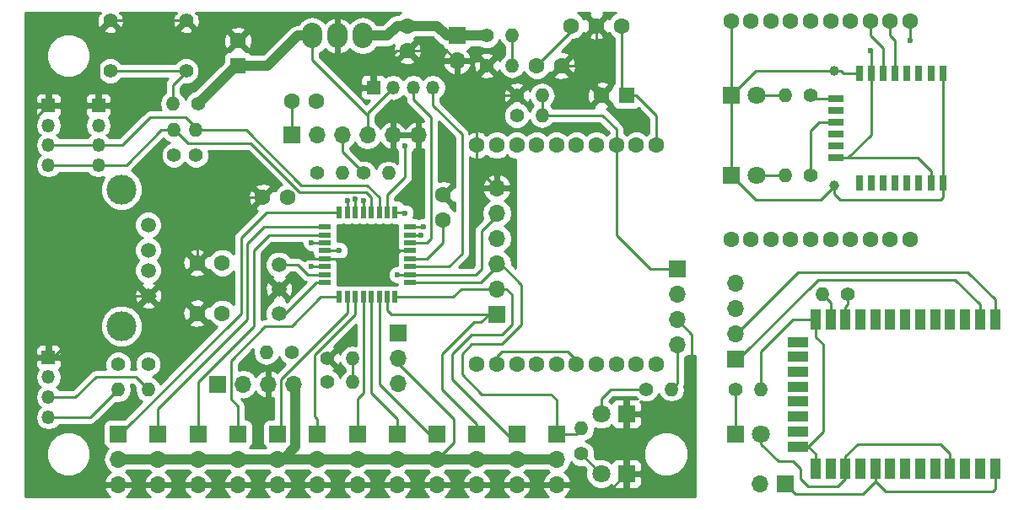
<source format=gtl>
G04 #@! TF.FileFunction,Copper,L1,Top,Signal*
%FSLAX45Y45*%
G04 Gerber Fmt 4.5, Leading zero omitted, Abs format (unit mm)*
G04 Created by KiCad (PCBNEW 4.0.5) date 02/17/17 17:53:28*
%MOMM*%
%LPD*%
G01*
G04 APERTURE LIST*
%ADD10C,0.100000*%
%ADD11C,1.600000*%
%ADD12R,1.700000X1.700000*%
%ADD13O,1.700000X1.700000*%
%ADD14R,1.200000X0.600000*%
%ADD15R,0.600000X1.200000*%
%ADD16C,1.500000*%
%ADD17C,3.000000*%
%ADD18C,1.397000*%
%ADD19R,1.800000X1.800000*%
%ADD20C,1.800000*%
%ADD21R,1.350000X1.350000*%
%ADD22O,1.350000X1.350000*%
%ADD23R,2.000000X1.000000*%
%ADD24R,1.000000X2.000000*%
%ADD25C,1.400000*%
%ADD26O,1.400000X1.400000*%
%ADD27R,1.600000X1.600000*%
%ADD28O,2.032000X2.540000*%
%ADD29R,0.800000X1.500000*%
%ADD30R,1.500000X0.800000*%
%ADD31C,1.000000*%
%ADD32C,0.600000*%
%ADD33C,0.250000*%
%ADD34C,1.000000*%
%ADD35C,0.254000*%
G04 APERTURE END LIST*
D10*
D11*
X18900000Y-3900000D03*
X18700000Y-3900000D03*
X18500000Y-3900000D03*
X18300000Y-3900000D03*
X18100000Y-3900000D03*
X17900000Y-3900000D03*
X17700000Y-3900000D03*
X17500000Y-3900000D03*
X17300000Y-3900000D03*
X17100000Y-3900000D03*
X17100000Y-6100000D03*
X17300000Y-6100000D03*
X17500000Y-6100000D03*
X17700000Y-6100000D03*
X17900000Y-6100000D03*
X18100000Y-6100000D03*
X18300000Y-6100000D03*
X18500000Y-6100000D03*
X18700000Y-6100000D03*
X18900000Y-6100000D03*
D12*
X19700000Y-6050000D03*
D13*
X19700000Y-5796000D03*
X19700000Y-5542000D03*
X19700000Y-5288000D03*
D12*
X13500000Y-6800000D03*
D13*
X13500000Y-7054000D03*
X13500000Y-7308000D03*
D12*
X14300000Y-6800000D03*
D13*
X14300000Y-7054000D03*
X14300000Y-7308000D03*
D12*
X15500000Y-6800000D03*
D13*
X15500000Y-7054000D03*
X15500000Y-7308000D03*
D12*
X15900000Y-6800000D03*
D13*
X15900000Y-7054000D03*
X15900000Y-7308000D03*
D12*
X16300000Y-6800000D03*
D13*
X16300000Y-7054000D03*
X16300000Y-7308000D03*
D12*
X16700000Y-6800000D03*
D13*
X16700000Y-7054000D03*
X16700000Y-7308000D03*
D12*
X17500000Y-6800000D03*
D13*
X17500000Y-7054000D03*
X17500000Y-7308000D03*
D12*
X17900000Y-6800000D03*
D13*
X17900000Y-7054000D03*
X17900000Y-7308000D03*
D14*
X15575000Y-4720000D03*
X15575000Y-4800000D03*
X15575000Y-4880000D03*
X15575000Y-4960000D03*
X15575000Y-5040000D03*
X15575000Y-5120000D03*
X15575000Y-5200000D03*
X15575000Y-5280000D03*
D15*
X15720000Y-5425000D03*
X15800000Y-5425000D03*
X15880000Y-5425000D03*
X15960000Y-5425000D03*
X16040000Y-5425000D03*
X16120000Y-5425000D03*
X16200000Y-5425000D03*
X16280000Y-5425000D03*
D14*
X16425000Y-5280000D03*
X16425000Y-5200000D03*
X16425000Y-5120000D03*
X16425000Y-5040000D03*
X16425000Y-4960000D03*
X16425000Y-4880000D03*
X16425000Y-4800000D03*
X16425000Y-4720000D03*
D15*
X16280000Y-4575000D03*
X16200000Y-4575000D03*
X16120000Y-4575000D03*
X16040000Y-4575000D03*
X15960000Y-4575000D03*
X15880000Y-4575000D03*
X15800000Y-4575000D03*
X15720000Y-4575000D03*
D16*
X13800000Y-5411000D03*
X13800000Y-5157000D03*
X13800000Y-4954000D03*
X13800000Y-4700000D03*
D17*
X13533000Y-5716000D03*
X13533000Y-4344000D03*
D18*
X14181000Y-2646000D03*
X14181000Y-3154000D03*
X13419000Y-2646000D03*
X13419000Y-3154000D03*
D12*
X20200000Y-7300000D03*
D13*
X19946000Y-7300000D03*
D12*
X19113500Y-5143500D03*
D13*
X19113500Y-5397500D03*
X19113500Y-5651500D03*
X19113500Y-5905500D03*
D19*
X19650000Y-3400000D03*
D20*
X19904000Y-3400000D03*
D21*
X12800000Y-6030000D03*
D22*
X12800000Y-6230000D03*
X12800000Y-6430000D03*
X12800000Y-6630000D03*
D21*
X13300000Y-3500000D03*
D22*
X13300000Y-3700000D03*
X13300000Y-3900000D03*
X13300000Y-4100000D03*
D21*
X12800000Y-3500000D03*
D22*
X12800000Y-3700000D03*
X12800000Y-3900000D03*
X12800000Y-4100000D03*
D21*
X16060000Y-3320000D03*
D22*
X16260000Y-3320000D03*
X16460000Y-3320000D03*
X16660000Y-3320000D03*
D12*
X17300000Y-5600000D03*
D13*
X17300000Y-5346000D03*
X17300000Y-5092000D03*
X17300000Y-4838000D03*
X17300000Y-4584000D03*
X17300000Y-4330000D03*
D19*
X18600000Y-7200000D03*
D20*
X18346000Y-7200000D03*
D19*
X18600000Y-6600000D03*
D20*
X18346000Y-6600000D03*
D11*
X21450000Y-2650000D03*
X21250000Y-2650000D03*
X21050000Y-2650000D03*
X20850000Y-2650000D03*
X20650000Y-2650000D03*
X20450000Y-2650000D03*
X20250000Y-2650000D03*
X20050000Y-2650000D03*
X19850000Y-2650000D03*
X19650000Y-2650000D03*
X19650000Y-4850000D03*
X19850000Y-4850000D03*
X20050000Y-4850000D03*
X20250000Y-4850000D03*
X20450000Y-4850000D03*
X20650000Y-4850000D03*
X20850000Y-4850000D03*
X21050000Y-4850000D03*
X21250000Y-4850000D03*
X21450000Y-4850000D03*
D19*
X19700000Y-6800000D03*
D20*
X19954000Y-6800000D03*
D23*
X20325000Y-6475000D03*
X20325000Y-6625000D03*
X20325000Y-6775000D03*
X20325000Y-6925000D03*
X20325000Y-6325000D03*
X20325000Y-6175000D03*
X20325000Y-6025000D03*
X20325000Y-5875000D03*
D24*
X22300000Y-7150000D03*
X22150000Y-7150000D03*
X22000000Y-7150000D03*
X21850000Y-7150000D03*
X21250000Y-7150000D03*
X21400000Y-7150000D03*
X21550000Y-7150000D03*
X21700000Y-7150000D03*
X21100000Y-7150000D03*
X20950000Y-7150000D03*
X20800000Y-7150000D03*
X20650000Y-7150000D03*
X20500000Y-7150000D03*
X20500000Y-5650000D03*
X20650000Y-5650000D03*
X20800000Y-5650000D03*
X20950000Y-5650000D03*
X21100000Y-5650000D03*
X21700000Y-5650000D03*
X21550000Y-5650000D03*
X21400000Y-5650000D03*
X21250000Y-5650000D03*
X21850000Y-5650000D03*
X22000000Y-5650000D03*
X22150000Y-5650000D03*
X22300000Y-5650000D03*
D12*
X15240000Y-3800000D03*
D13*
X15494000Y-3800000D03*
X15748000Y-3800000D03*
X16002000Y-3800000D03*
X16256000Y-3800000D03*
X16510000Y-3800000D03*
D19*
X19650000Y-4200000D03*
D20*
X19904000Y-4200000D03*
D12*
X16900000Y-2800000D03*
D13*
X16900000Y-3054000D03*
D11*
X18554000Y-2700000D03*
X18300000Y-2700000D03*
X18046000Y-2700000D03*
X17700000Y-3100000D03*
X17950000Y-3100000D03*
X16760000Y-4400000D03*
X16760000Y-4650000D03*
X16400000Y-2700000D03*
X16400000Y-2950000D03*
X15240000Y-3460000D03*
X15490000Y-3460000D03*
X15200000Y-4425000D03*
X14950000Y-4425000D03*
D25*
X20450000Y-3400000D03*
D26*
X20196000Y-3400000D03*
D25*
X20450000Y-4200000D03*
D26*
X20196000Y-4200000D03*
D25*
X15960000Y-4180000D03*
D26*
X16214000Y-4180000D03*
D25*
X18800000Y-6350000D03*
D26*
X19054000Y-6350000D03*
D25*
X18150000Y-7000000D03*
D26*
X18150000Y-6746000D03*
D25*
X15500000Y-4180000D03*
D26*
X15754000Y-4180000D03*
D25*
X19700000Y-6350000D03*
D26*
X19954000Y-6350000D03*
D25*
X17500000Y-3600000D03*
D26*
X17754000Y-3600000D03*
D25*
X13500000Y-6100000D03*
D26*
X13500000Y-6354000D03*
D25*
X13800000Y-6100000D03*
D26*
X13800000Y-6354000D03*
D25*
X14280000Y-4000000D03*
D26*
X14280000Y-3746000D03*
D25*
X14060000Y-4000000D03*
D26*
X14060000Y-3746000D03*
D25*
X17500000Y-3400000D03*
D26*
X17754000Y-3400000D03*
D25*
X17200000Y-3100000D03*
D26*
X17454000Y-3100000D03*
D25*
X14300000Y-3480000D03*
D26*
X14046000Y-3480000D03*
D25*
X17200000Y-2800000D03*
D26*
X17454000Y-2800000D03*
D25*
X20825000Y-5400000D03*
D26*
X20571000Y-5400000D03*
D11*
X14541500Y-5080000D03*
X14291500Y-5080000D03*
X14541500Y-5588000D03*
X14291500Y-5588000D03*
D27*
X18600000Y-3400000D03*
D11*
X18350000Y-3400000D03*
D27*
X14700000Y-3100000D03*
D11*
X14700000Y-2850000D03*
D28*
X15700000Y-2800000D03*
X15446000Y-2800000D03*
X15954000Y-2800000D03*
D12*
X16310000Y-5790000D03*
D13*
X16310000Y-6044000D03*
X16310000Y-6298000D03*
D25*
X15240000Y-5980000D03*
D26*
X14986000Y-5980000D03*
D25*
X15600000Y-6280000D03*
D26*
X15854000Y-6280000D03*
D25*
X15600000Y-6040000D03*
D26*
X15854000Y-6040000D03*
D12*
X14500000Y-6300000D03*
D13*
X14754000Y-6300000D03*
X15008000Y-6300000D03*
X15262000Y-6300000D03*
D12*
X13900000Y-6800000D03*
D13*
X13900000Y-7054000D03*
X13900000Y-7308000D03*
D12*
X14700000Y-6800000D03*
D13*
X14700000Y-7054000D03*
X14700000Y-7308000D03*
D12*
X15100000Y-6800000D03*
D13*
X15100000Y-7054000D03*
X15100000Y-7308000D03*
D12*
X17100000Y-6800000D03*
D13*
X17100000Y-7054000D03*
X17100000Y-7308000D03*
D16*
X15113000Y-5588000D03*
X15113000Y-5344000D03*
X15113000Y-5100000D03*
D29*
X20937000Y-4278500D03*
X21057000Y-4278500D03*
X21177000Y-4278500D03*
X21297000Y-4278500D03*
X21417000Y-4278500D03*
X21537000Y-4278500D03*
X21657000Y-4278500D03*
X21777000Y-4278500D03*
X21777000Y-3178500D03*
X21657000Y-3178500D03*
X21537000Y-3178500D03*
X21417000Y-3178500D03*
X21297000Y-3178500D03*
X21177000Y-3178500D03*
X21057000Y-3178500D03*
X20937000Y-3178500D03*
D30*
X20707000Y-3428500D03*
X20707000Y-3548500D03*
X20707000Y-3668500D03*
X20707000Y-3788500D03*
X20707000Y-3908500D03*
X20707000Y-4028500D03*
D31*
X20687000Y-3153500D03*
X20687000Y-4303500D03*
D32*
X16300000Y-5200000D03*
X15720000Y-4960000D03*
X15960000Y-4460000D03*
X15880000Y-4440000D03*
X15800000Y-4460000D03*
X16380000Y-3910000D03*
X16380000Y-4580000D03*
X16540000Y-4800000D03*
X16560000Y-4720000D03*
X15440000Y-5120000D03*
X21050000Y-2950000D03*
X21450000Y-2850000D03*
X15440000Y-4880000D03*
D33*
X19113500Y-5905500D02*
X19113500Y-6290500D01*
X19113500Y-6290500D02*
X19054000Y-6350000D01*
X16310000Y-6044000D02*
X16310000Y-6090000D01*
X16310000Y-6090000D02*
X16870000Y-6650000D01*
X16870000Y-6650000D02*
X16870000Y-6890000D01*
X16870000Y-6890000D02*
X16703000Y-7057000D01*
D34*
X14300000Y-7054000D02*
X14700000Y-7054000D01*
X15100000Y-7054000D02*
X15156000Y-7054000D01*
X15156000Y-7054000D02*
X15280000Y-6930000D01*
X15280000Y-6930000D02*
X15280000Y-6318000D01*
X15280000Y-6318000D02*
X15262000Y-6300000D01*
X15100000Y-7054000D02*
X14700000Y-7054000D01*
X14300000Y-7054000D02*
X13900000Y-7054000D01*
X15500000Y-7054000D02*
X15100000Y-7054000D01*
X15900000Y-7054000D02*
X15500000Y-7054000D01*
X16300000Y-7054000D02*
X15900000Y-7054000D01*
X16700000Y-7054000D02*
X16300000Y-7054000D01*
X17100000Y-7054000D02*
X16700000Y-7054000D01*
X17500000Y-7054000D02*
X17100000Y-7054000D01*
X17900000Y-7054000D02*
X17500000Y-7054000D01*
X13500000Y-7054000D02*
X13900000Y-7054000D01*
D33*
X15446000Y-2800000D02*
X15446000Y-3046000D01*
X16002000Y-3602000D02*
X16002000Y-3800000D01*
X15446000Y-3046000D02*
X16002000Y-3602000D01*
D34*
X14700000Y-3100000D02*
X14680000Y-3100000D01*
X14680000Y-3100000D02*
X14300000Y-3480000D01*
X15446000Y-2800000D02*
X15300000Y-2800000D01*
X15000000Y-3100000D02*
X14700000Y-3100000D01*
X15300000Y-2800000D02*
X15000000Y-3100000D01*
D33*
X16002000Y-3578000D02*
X16002000Y-3800000D01*
X16260000Y-3320000D02*
X16002000Y-3578000D01*
X16300000Y-5200000D02*
X16425000Y-5200000D01*
X15575000Y-4960000D02*
X15720000Y-4960000D01*
X16425000Y-5200000D02*
X17088500Y-5200000D01*
X17145000Y-4762500D02*
X17323500Y-4584000D01*
X17145000Y-5143500D02*
X17145000Y-4762500D01*
X17088500Y-5200000D02*
X17145000Y-5143500D01*
X17323500Y-4584000D02*
X17300000Y-4584000D01*
X18046000Y-2700000D02*
X18046000Y-2754000D01*
X18046000Y-2754000D02*
X17700000Y-3100000D01*
X17500000Y-3400000D02*
X17360000Y-3400000D01*
X17100000Y-3660000D02*
X17100000Y-3900000D01*
X17360000Y-3400000D02*
X17100000Y-3660000D01*
X17200000Y-3100000D02*
X17500000Y-3400000D01*
X16900000Y-3054000D02*
X17154000Y-3054000D01*
X17154000Y-3054000D02*
X17200000Y-3100000D01*
X16400000Y-2950000D02*
X16796000Y-2950000D01*
X16796000Y-2950000D02*
X16900000Y-3054000D01*
X16380000Y-2950000D02*
X16290000Y-2950000D01*
X16060000Y-3180000D02*
X16060000Y-3320000D01*
X16290000Y-2950000D02*
X16060000Y-3180000D01*
X17900000Y-7308000D02*
X17500000Y-7308000D01*
X13300000Y-3500000D02*
X12800000Y-3500000D01*
X14950000Y-4425000D02*
X14775000Y-4425000D01*
X14291500Y-4908500D02*
X14291500Y-5080000D01*
X14775000Y-4425000D02*
X14291500Y-4908500D01*
X12800000Y-6030000D02*
X12695000Y-6030000D01*
X12695000Y-6030000D02*
X12650000Y-6075000D01*
X12650000Y-6075000D02*
X12650000Y-7150000D01*
X12650000Y-7150000D02*
X12808000Y-7308000D01*
X12808000Y-7308000D02*
X13500000Y-7308000D01*
X12800000Y-6030000D02*
X12850000Y-6030000D01*
X12850000Y-6030000D02*
X13280000Y-5600000D01*
X13800000Y-5411000D02*
X13771000Y-5411000D01*
X13771000Y-5411000D02*
X12610000Y-4250000D01*
X12610000Y-4250000D02*
X12610000Y-3690000D01*
X12610000Y-3690000D02*
X12800000Y-3500000D01*
X16256000Y-3800000D02*
X16510000Y-3800000D01*
X17100000Y-4130000D02*
X17300000Y-4330000D01*
X17100000Y-3900000D02*
X17100000Y-4130000D01*
X19113500Y-5651500D02*
X19113500Y-5653500D01*
X19113500Y-5653500D02*
X19260000Y-5800000D01*
X19260000Y-5800000D02*
X19260000Y-6390000D01*
X19260000Y-6390000D02*
X19050000Y-6600000D01*
X19050000Y-6600000D02*
X18600000Y-6600000D01*
X13900000Y-7308000D02*
X13500000Y-7308000D01*
X14300000Y-7308000D02*
X13900000Y-7308000D01*
X15500000Y-7308000D02*
X15100000Y-7308000D01*
X15900000Y-7308000D02*
X15500000Y-7308000D01*
X16300000Y-7308000D02*
X15900000Y-7308000D01*
X16700000Y-7308000D02*
X16300000Y-7308000D01*
X17100000Y-7308000D02*
X16700000Y-7308000D01*
X17500000Y-7308000D02*
X17100000Y-7308000D01*
X17500000Y-7308000D02*
X18108000Y-7308000D01*
X18420000Y-7380000D02*
X18600000Y-7200000D01*
X18180000Y-7380000D02*
X18420000Y-7380000D01*
X18108000Y-7308000D02*
X18180000Y-7380000D01*
X18600000Y-7200000D02*
X18600000Y-6600000D01*
X13419000Y-2646000D02*
X14181000Y-2646000D01*
X13300000Y-3500000D02*
X13300000Y-2765000D01*
X13300000Y-2765000D02*
X13419000Y-2646000D01*
X13800000Y-5411000D02*
X13869000Y-5411000D01*
X13500000Y-7308000D02*
X13428000Y-7308000D01*
X13280000Y-5600000D02*
X13469000Y-5411000D01*
X13469000Y-5411000D02*
X13800000Y-5411000D01*
X16425000Y-4960000D02*
X16360000Y-4960000D01*
X15575000Y-5040000D02*
X15360000Y-5040000D01*
X15360000Y-5040000D02*
X15240000Y-4920000D01*
X15575000Y-5040000D02*
X15978500Y-5040000D01*
X15978500Y-5040000D02*
X16058500Y-4960000D01*
X16058500Y-4960000D02*
X16360000Y-4960000D01*
X17950000Y-3100000D02*
X18100000Y-3100000D01*
X18350000Y-3350000D02*
X18350000Y-3400000D01*
X18100000Y-3100000D02*
X18350000Y-3350000D01*
X18300000Y-2700000D02*
X18300000Y-3350000D01*
X18300000Y-3350000D02*
X18350000Y-3400000D01*
X15240000Y-4920000D02*
X15020000Y-4920000D01*
X15020000Y-4920000D02*
X14960000Y-4980000D01*
X14960000Y-4980000D02*
X14960000Y-5191000D01*
X14700000Y-7308000D02*
X14300000Y-7308000D01*
X14960000Y-5191000D02*
X15113000Y-5344000D01*
X15100000Y-7308000D02*
X14700000Y-7308000D01*
X16760000Y-4650000D02*
X16760000Y-4880000D01*
X16760000Y-4880000D02*
X16600000Y-5040000D01*
X16425000Y-5040000D02*
X16600000Y-5040000D01*
X15240000Y-3460000D02*
X15240000Y-3800000D01*
X15960000Y-4575000D02*
X15960000Y-4460000D01*
X14181000Y-3154000D02*
X14181000Y-3159000D01*
X14181000Y-3159000D02*
X14046000Y-3294000D01*
X14046000Y-3294000D02*
X14046000Y-3480000D01*
X13419000Y-3154000D02*
X14181000Y-3154000D01*
X20707000Y-3428500D02*
X20478500Y-3428500D01*
X20478500Y-3428500D02*
X20450000Y-3400000D01*
X20196000Y-3400000D02*
X19904000Y-3400000D01*
X20450000Y-4200000D02*
X20450000Y-3750000D01*
X20531500Y-3668500D02*
X20707000Y-3668500D01*
X20450000Y-3750000D02*
X20531500Y-3668500D01*
X19904000Y-4200000D02*
X20196000Y-4200000D01*
X15880000Y-4575000D02*
X15880000Y-4440000D01*
X18800000Y-6350000D02*
X18440000Y-6350000D01*
X18346000Y-6444000D02*
X18346000Y-6600000D01*
X18440000Y-6350000D02*
X18346000Y-6444000D01*
X18150000Y-7000000D02*
X18150000Y-7004000D01*
X18150000Y-7004000D02*
X18346000Y-7200000D01*
X17900000Y-6800000D02*
X18096000Y-6800000D01*
X18096000Y-6800000D02*
X18150000Y-6746000D01*
X17900000Y-6800000D02*
X17900000Y-6454000D01*
X17550000Y-5300000D02*
X17550000Y-5700000D01*
X17550000Y-5700000D02*
X17350000Y-5900000D01*
X17350000Y-5900000D02*
X17050000Y-5900000D01*
X17050000Y-5900000D02*
X16950000Y-6000000D01*
X16950000Y-6000000D02*
X16950000Y-6200000D01*
X16950000Y-6200000D02*
X17150000Y-6400000D01*
X17150000Y-6400000D02*
X17846000Y-6400000D01*
X17550000Y-5300000D02*
X17342000Y-5092000D01*
X17900000Y-6454000D02*
X17846000Y-6400000D01*
X17300000Y-5092000D02*
X17342000Y-5092000D01*
X16425000Y-5280000D02*
X16540000Y-5280000D01*
X16425000Y-5280000D02*
X17135500Y-5280000D01*
X17323500Y-5092000D02*
X17300000Y-5092000D01*
X17135500Y-5280000D02*
X17323500Y-5092000D01*
X15800000Y-4575000D02*
X15800000Y-4460000D01*
X18500000Y-3900000D02*
X18500000Y-4800000D01*
X18843500Y-5143500D02*
X19113500Y-5143500D01*
X18500000Y-4800000D02*
X18843500Y-5143500D01*
X17754000Y-3400000D02*
X17754000Y-3600000D01*
X17754000Y-3600000D02*
X18360000Y-3600000D01*
X18360000Y-3600000D02*
X18500000Y-3740000D01*
X18500000Y-3740000D02*
X18500000Y-3900000D01*
X16200000Y-4575000D02*
X16200000Y-4400000D01*
X16380000Y-4220000D02*
X16380000Y-3910000D01*
X16200000Y-4400000D02*
X16380000Y-4220000D01*
X17454000Y-2800000D02*
X17454000Y-3100000D01*
X15854000Y-6040000D02*
X15854000Y-6280000D01*
X16375000Y-4575000D02*
X16280000Y-4575000D01*
X16380000Y-4580000D02*
X16375000Y-4575000D01*
X15113000Y-5100000D02*
X15300000Y-5100000D01*
X15400000Y-5200000D02*
X15575000Y-5200000D01*
X15300000Y-5100000D02*
X15400000Y-5200000D01*
X15113000Y-5100000D02*
X15125000Y-5100000D01*
X18600000Y-3400000D02*
X18700000Y-3400000D01*
X18900000Y-3600000D02*
X18900000Y-3900000D01*
X18700000Y-3400000D02*
X18900000Y-3600000D01*
X18554000Y-2700000D02*
X18554000Y-3354000D01*
X18554000Y-3354000D02*
X18600000Y-3400000D01*
X15720000Y-4575000D02*
X14989000Y-4575000D01*
X13500000Y-6820000D02*
X13500000Y-6800000D01*
X14732000Y-5588000D02*
X13500000Y-6820000D01*
X14732000Y-4832000D02*
X14732000Y-5588000D01*
X14989000Y-4575000D02*
X14732000Y-4832000D01*
X14300000Y-6800000D02*
X14300000Y-6280194D01*
X14310096Y-6270098D02*
X14860000Y-5720000D01*
X14859000Y-4953000D02*
X14860000Y-5720000D01*
X15012000Y-4800000D02*
X14859000Y-4953000D01*
X15012000Y-4800000D02*
X15575000Y-4800000D01*
X14300000Y-6280194D02*
X14310096Y-6270098D01*
X15880000Y-5600000D02*
X15470000Y-6010000D01*
X15880000Y-5425000D02*
X15880000Y-5600000D01*
X15500000Y-6650000D02*
X15500000Y-6800000D01*
X15470000Y-6620000D02*
X15500000Y-6650000D01*
X15470000Y-6010000D02*
X15470000Y-6620000D01*
X15500000Y-6741500D02*
X15500000Y-6800000D01*
X15960000Y-5425000D02*
X15960000Y-6390000D01*
X15900000Y-6450000D02*
X15900000Y-6800000D01*
X15960000Y-6390000D02*
X15900000Y-6450000D01*
X16040000Y-5425000D02*
X16040000Y-6390000D01*
X16300000Y-6650000D02*
X16300000Y-6800000D01*
X16040000Y-6390000D02*
X16300000Y-6650000D01*
X16700000Y-6800000D02*
X16620000Y-6800000D01*
X16620000Y-6800000D02*
X16120000Y-6300000D01*
X16120000Y-6300000D02*
X16120000Y-5425000D01*
X16280000Y-5425000D02*
X16863500Y-5425000D01*
X17400000Y-6800000D02*
X17500000Y-6800000D01*
X17300000Y-5346000D02*
X17396000Y-5346000D01*
X16850000Y-6250000D02*
X17400000Y-6800000D01*
X17400000Y-6800000D02*
X17425000Y-6825000D01*
X16850000Y-6000000D02*
X16850000Y-6250000D01*
X17050000Y-5800000D02*
X16850000Y-6000000D01*
X17350000Y-5800000D02*
X17050000Y-5800000D01*
X17450000Y-5700000D02*
X17350000Y-5800000D01*
X17450000Y-5400000D02*
X17450000Y-5700000D01*
X17396000Y-5346000D02*
X17450000Y-5400000D01*
X17450000Y-6800000D02*
X17500000Y-6800000D01*
X16942500Y-5346000D02*
X17300000Y-5346000D01*
X16863500Y-5425000D02*
X16942500Y-5346000D01*
X16540000Y-4800000D02*
X16425000Y-4800000D01*
X16560000Y-4720000D02*
X16425000Y-4720000D01*
X13900000Y-6800000D02*
X13900000Y-6550000D01*
X13900000Y-6550000D02*
X14795500Y-5654500D01*
X15575000Y-4720000D02*
X14965000Y-4720000D01*
X14795500Y-4889500D02*
X14795500Y-5654500D01*
X14965000Y-4720000D02*
X14795500Y-4889500D01*
X15115000Y-5715000D02*
X14975937Y-5715000D01*
X15240000Y-5715000D02*
X15530000Y-5425000D01*
X15720000Y-5425000D02*
X15530000Y-5425000D01*
X15115000Y-5715000D02*
X15240000Y-5715000D01*
X14970000Y-5720000D02*
X14970000Y-5721064D01*
X14970937Y-5720000D02*
X14970000Y-5720000D01*
X14975937Y-5715000D02*
X14970937Y-5720000D01*
X14700000Y-6800000D02*
X14700000Y-6520000D01*
X14630000Y-6068298D02*
X14970000Y-5721064D01*
X14630000Y-6450000D02*
X14630000Y-6068298D01*
X14700000Y-6520000D02*
X14630000Y-6450000D01*
X15800000Y-5425000D02*
X15800000Y-5580000D01*
X15130000Y-6250000D02*
X15130000Y-6770000D01*
X15800000Y-5580000D02*
X15130000Y-6250000D01*
X15113000Y-6787000D02*
X15130000Y-6770000D01*
X17300000Y-5600000D02*
X16240000Y-5600000D01*
X16240000Y-5600000D02*
X16200000Y-5560000D01*
X17140000Y-5680000D02*
X17070000Y-5680000D01*
X17100000Y-6700000D02*
X17100000Y-6800000D01*
X16750000Y-6350000D02*
X17100000Y-6700000D01*
X16750000Y-6000000D02*
X16750000Y-6350000D01*
X17070000Y-5680000D02*
X16750000Y-6000000D01*
X17140000Y-5680000D02*
X17220000Y-5600000D01*
X17220000Y-5600000D02*
X17300000Y-5600000D01*
X16200000Y-5425000D02*
X16200000Y-5560000D01*
X14280000Y-3746000D02*
X14786000Y-3746000D01*
X16120000Y-4420000D02*
X16120000Y-4575000D01*
X16000000Y-4300000D02*
X16120000Y-4420000D01*
X15340000Y-4300000D02*
X16000000Y-4300000D01*
X14786000Y-3746000D02*
X15340000Y-4300000D01*
X13300000Y-3900000D02*
X12800000Y-3900000D01*
X14280000Y-3746000D02*
X14280000Y-3720000D01*
X14280000Y-3720000D02*
X14180000Y-3620000D01*
X14180000Y-3620000D02*
X13820000Y-3620000D01*
X13820000Y-3620000D02*
X13540000Y-3900000D01*
X13540000Y-3900000D02*
X13300000Y-3900000D01*
X16040000Y-4575000D02*
X16040000Y-4420000D01*
X14200000Y-3880000D02*
X14830000Y-3880000D01*
X14830000Y-3880000D02*
X15320000Y-4370000D01*
X15320000Y-4370000D02*
X15990000Y-4370000D01*
X15990000Y-4370000D02*
X16040000Y-4420000D01*
X14200000Y-3880000D02*
X14066000Y-3746000D01*
X14060000Y-3746000D02*
X14066000Y-3746000D01*
X12800000Y-4100000D02*
X13300000Y-4100000D01*
X13300000Y-4100000D02*
X13580000Y-4100000D01*
X13580000Y-4100000D02*
X13934000Y-3746000D01*
X13934000Y-3746000D02*
X14060000Y-3746000D01*
X17300000Y-6100000D02*
X17300000Y-6020000D01*
X17300000Y-6020000D02*
X17350000Y-5970000D01*
X17350000Y-5970000D02*
X18010000Y-5970000D01*
X18010000Y-5970000D02*
X18100000Y-6060000D01*
X18100000Y-6060000D02*
X18100000Y-6100000D01*
X19700000Y-6800000D02*
X19700000Y-6350000D01*
X15575000Y-5120000D02*
X15440000Y-5120000D01*
X13500000Y-6354000D02*
X13496000Y-6354000D01*
X13496000Y-6354000D02*
X13220000Y-6630000D01*
X13220000Y-6630000D02*
X12800000Y-6630000D01*
X20825000Y-5400000D02*
X20825000Y-5500000D01*
X20800000Y-5525000D02*
X20800000Y-5650000D01*
X20825000Y-5500000D02*
X20800000Y-5525000D01*
X20650000Y-5650000D02*
X20650000Y-5479000D01*
X20650000Y-5479000D02*
X20571000Y-5400000D01*
X20650000Y-5650000D02*
X20650000Y-5550000D01*
X21100000Y-7150000D02*
X21100000Y-7275000D01*
X21100000Y-7275000D02*
X20975000Y-7400000D01*
X20300000Y-7400000D02*
X20200000Y-7300000D01*
X20975000Y-7400000D02*
X20300000Y-7400000D01*
X22300000Y-7150000D02*
X22300000Y-7350000D01*
X21200000Y-7375000D02*
X21100000Y-7275000D01*
X22275000Y-7375000D02*
X21200000Y-7375000D01*
X22300000Y-7350000D02*
X22275000Y-7375000D01*
X21777000Y-4278500D02*
X21777000Y-4423000D01*
X20687000Y-4387000D02*
X20687000Y-4303500D01*
X20750000Y-4450000D02*
X20687000Y-4387000D01*
X21750000Y-4450000D02*
X20750000Y-4450000D01*
X21777000Y-4423000D02*
X21750000Y-4450000D01*
X20687000Y-4303500D02*
X20687000Y-4313000D01*
X20687000Y-4313000D02*
X20550000Y-4450000D01*
X20550000Y-4450000D02*
X19900000Y-4450000D01*
X19900000Y-4450000D02*
X19650000Y-4200000D01*
X21777000Y-3178500D02*
X21777000Y-4278500D01*
X20937000Y-3178500D02*
X20937000Y-3237000D01*
X20687000Y-3153500D02*
X20753500Y-3153500D01*
X20778500Y-3178500D02*
X20937000Y-3178500D01*
X20753500Y-3153500D02*
X20778500Y-3178500D01*
X19650000Y-3400000D02*
X19900000Y-3150000D01*
X19900000Y-3150000D02*
X20683500Y-3150000D01*
X20683500Y-3150000D02*
X20687000Y-3153500D01*
X19650000Y-3400000D02*
X19650000Y-4200000D01*
X19650000Y-2650000D02*
X19650000Y-3400000D01*
X16460000Y-3320000D02*
X16460000Y-3440000D01*
X16640000Y-3620000D02*
X16640000Y-4340000D01*
X16460000Y-3440000D02*
X16640000Y-3620000D01*
X16425000Y-4880000D02*
X16600000Y-4880000D01*
X16640000Y-4840000D02*
X16640000Y-4340000D01*
X16600000Y-4880000D02*
X16640000Y-4840000D01*
X16660000Y-3320000D02*
X16660000Y-3500000D01*
X16950000Y-3790000D02*
X16950000Y-4990000D01*
X16660000Y-3500000D02*
X16950000Y-3790000D01*
X16425000Y-5120000D02*
X16820000Y-5120000D01*
X16820000Y-5120000D02*
X16950000Y-4990000D01*
X21450000Y-2650000D02*
X21450000Y-2850000D01*
X21057000Y-2957000D02*
X21057000Y-3178500D01*
X21050000Y-2950000D02*
X21057000Y-2957000D01*
X20707000Y-4028500D02*
X20821500Y-4028500D01*
X21057000Y-3793000D02*
X21057000Y-3178500D01*
X20821500Y-4028500D02*
X21057000Y-3793000D01*
X21657000Y-4278500D02*
X21657000Y-4157000D01*
X21528500Y-4028500D02*
X20707000Y-4028500D01*
X21657000Y-4157000D02*
X21528500Y-4028500D01*
X21250000Y-2650000D02*
X21250000Y-2800000D01*
X21297000Y-2847000D02*
X21297000Y-3178500D01*
X21250000Y-2800000D02*
X21297000Y-2847000D01*
X21177000Y-3178500D02*
X21177000Y-2927000D01*
X21050000Y-2800000D02*
X21050000Y-2650000D01*
X21177000Y-2927000D02*
X21050000Y-2800000D01*
X20025000Y-5900000D02*
X19950000Y-5975000D01*
X19950000Y-5975000D02*
X19950000Y-6346000D01*
X19950000Y-6346000D02*
X19954000Y-6350000D01*
X19954000Y-6350000D02*
X19954000Y-6221000D01*
X20500000Y-5650000D02*
X20275000Y-5650000D01*
X20275000Y-5650000D02*
X20025000Y-5900000D01*
X20325000Y-6925000D02*
X20425000Y-6925000D01*
X20425000Y-6925000D02*
X20500000Y-6850000D01*
X20500000Y-5825000D02*
X20500000Y-5650000D01*
X20575000Y-5900000D02*
X20500000Y-5825000D01*
X20575000Y-6775000D02*
X20575000Y-5900000D01*
X20500000Y-6850000D02*
X20575000Y-6775000D01*
X20500000Y-7150000D02*
X20500000Y-7000000D01*
X20500000Y-7000000D02*
X20425000Y-6925000D01*
X15440000Y-4880000D02*
X15575000Y-4880000D01*
X13800000Y-6354000D02*
X13800000Y-6350000D01*
X13800000Y-6350000D02*
X13675000Y-6225000D01*
X13675000Y-6225000D02*
X13275000Y-6225000D01*
X13275000Y-6225000D02*
X13070000Y-6430000D01*
X13070000Y-6430000D02*
X12800000Y-6430000D01*
X15575000Y-5280000D02*
X15484500Y-5280000D01*
X15484500Y-5280000D02*
X15176500Y-5588000D01*
X15176500Y-5588000D02*
X15113000Y-5588000D01*
D34*
X16400000Y-2700000D02*
X16300000Y-2700000D01*
X16200000Y-2800000D02*
X15954000Y-2800000D01*
X16300000Y-2700000D02*
X16200000Y-2800000D01*
X16900000Y-2800000D02*
X16800000Y-2800000D01*
X16700000Y-2700000D02*
X16400000Y-2700000D01*
X16800000Y-2800000D02*
X16700000Y-2700000D01*
X17200000Y-2800000D02*
X16900000Y-2800000D01*
D33*
X15748000Y-3800000D02*
X15748000Y-3968000D01*
X15748000Y-3968000D02*
X15960000Y-4180000D01*
X20800000Y-7150000D02*
X20800000Y-7250000D01*
X20800000Y-7250000D02*
X20725000Y-7325000D01*
X19954000Y-6904000D02*
X19954000Y-6800000D01*
X20125000Y-7075000D02*
X19954000Y-6904000D01*
X20275000Y-7075000D02*
X20125000Y-7075000D01*
X20350000Y-7150000D02*
X20275000Y-7075000D01*
X20350000Y-7250000D02*
X20350000Y-7150000D01*
X20425000Y-7325000D02*
X20350000Y-7250000D01*
X20725000Y-7325000D02*
X20425000Y-7325000D01*
X21850000Y-7150000D02*
X21850000Y-7000000D01*
X20800000Y-7025000D02*
X20800000Y-7150000D01*
X20925000Y-6900000D02*
X20800000Y-7025000D01*
X21750000Y-6900000D02*
X20925000Y-6900000D01*
X21850000Y-7000000D02*
X21750000Y-6900000D01*
X22150000Y-5500000D02*
X22150000Y-5650000D01*
X21900000Y-5250000D02*
X22150000Y-5500000D01*
X20525000Y-5250000D02*
X21900000Y-5250000D01*
X19750000Y-6025000D02*
X20525000Y-5250000D01*
X19750000Y-6100000D02*
X19750000Y-6025000D01*
X19700000Y-5796000D02*
X19704000Y-5796000D01*
X19704000Y-5796000D02*
X19875000Y-5625000D01*
X19875000Y-5625000D02*
X19875000Y-5625000D01*
X22300000Y-5450000D02*
X22300000Y-5650000D01*
X20325000Y-5175000D02*
X22025000Y-5175000D01*
X19875000Y-5625000D02*
X20325000Y-5175000D01*
X22025000Y-5175000D02*
X22300000Y-5450000D01*
D35*
G36*
X13322738Y-2574204D02*
X13299729Y-2580729D01*
X13283830Y-2631340D01*
X13288509Y-2684183D01*
X13299729Y-2711271D01*
X13322738Y-2717796D01*
X13394534Y-2646000D01*
X13393120Y-2644586D01*
X13417586Y-2620120D01*
X13419000Y-2621534D01*
X13420414Y-2620120D01*
X13444880Y-2644586D01*
X13443466Y-2646000D01*
X13515262Y-2717796D01*
X13538271Y-2711271D01*
X13554170Y-2660660D01*
X13549491Y-2607817D01*
X13538271Y-2580729D01*
X13515262Y-2574204D01*
X13518466Y-2571000D01*
X14081534Y-2571000D01*
X14084738Y-2574204D01*
X14061729Y-2580729D01*
X14045830Y-2631340D01*
X14050509Y-2684183D01*
X14061729Y-2711271D01*
X14084738Y-2717796D01*
X14156534Y-2646000D01*
X14155120Y-2644586D01*
X14179586Y-2620120D01*
X14181000Y-2621534D01*
X14182414Y-2620120D01*
X14206880Y-2644586D01*
X14205466Y-2646000D01*
X14277262Y-2717796D01*
X14300271Y-2711271D01*
X14316170Y-2660660D01*
X14311491Y-2607817D01*
X14300271Y-2580729D01*
X14277262Y-2574204D01*
X14280466Y-2571000D01*
X16336429Y-2571000D01*
X16318820Y-2578276D01*
X16310581Y-2586500D01*
X16300000Y-2586500D01*
X16256565Y-2595140D01*
X16219743Y-2619743D01*
X16152987Y-2686500D01*
X16092376Y-2686500D01*
X16070743Y-2654125D01*
X16017181Y-2618335D01*
X15954000Y-2605768D01*
X15890819Y-2618335D01*
X15837257Y-2654125D01*
X15825654Y-2671489D01*
X15803845Y-2645450D01*
X15746517Y-2615541D01*
X15742772Y-2615137D01*
X15717300Y-2626381D01*
X15717300Y-2782700D01*
X15719300Y-2782700D01*
X15719300Y-2817300D01*
X15717300Y-2817300D01*
X15717300Y-2973619D01*
X15742772Y-2984863D01*
X15746517Y-2984459D01*
X15803845Y-2954550D01*
X15825654Y-2928511D01*
X15837257Y-2945875D01*
X15890819Y-2981665D01*
X15954000Y-2994232D01*
X16017181Y-2981665D01*
X16070743Y-2945875D01*
X16092376Y-2913500D01*
X16200000Y-2913500D01*
X16243435Y-2904860D01*
X16269406Y-2887507D01*
X16254691Y-2932906D01*
X16259210Y-2989815D01*
X16272293Y-3021400D01*
X16296349Y-3029185D01*
X16375534Y-2950000D01*
X16424466Y-2950000D01*
X16503650Y-3029185D01*
X16527707Y-3021400D01*
X16545309Y-2967094D01*
X16540790Y-2910185D01*
X16527707Y-2878600D01*
X16503650Y-2870815D01*
X16424466Y-2950000D01*
X16375534Y-2950000D01*
X16374120Y-2948586D01*
X16398586Y-2924120D01*
X16400000Y-2925534D01*
X16479185Y-2846349D01*
X16472391Y-2825356D01*
X16481180Y-2821724D01*
X16489419Y-2813500D01*
X16652987Y-2813500D01*
X16719743Y-2880257D01*
X16753623Y-2902894D01*
X16754684Y-2908532D01*
X16768591Y-2930144D01*
X16789811Y-2944643D01*
X16800103Y-2946727D01*
X16770509Y-2981303D01*
X16757033Y-3013841D01*
X16768508Y-3036700D01*
X16882700Y-3036700D01*
X16882700Y-3034700D01*
X16917300Y-3034700D01*
X16917300Y-3036700D01*
X17031492Y-3036700D01*
X17042967Y-3013841D01*
X17038737Y-3003629D01*
X17128095Y-3003629D01*
X17200000Y-3075534D01*
X17271905Y-3003629D01*
X17265362Y-2980605D01*
X17214696Y-2964680D01*
X17161793Y-2969357D01*
X17134638Y-2980605D01*
X17128095Y-3003629D01*
X17038737Y-3003629D01*
X17029491Y-2981303D01*
X17000055Y-2946911D01*
X17008532Y-2945316D01*
X17030144Y-2931409D01*
X17042381Y-2913500D01*
X17125219Y-2913500D01*
X17173329Y-2933477D01*
X17226438Y-2933523D01*
X17275523Y-2913242D01*
X17313110Y-2875720D01*
X17326522Y-2843421D01*
X17328047Y-2851088D01*
X17356986Y-2894399D01*
X17378000Y-2908440D01*
X17378000Y-2991560D01*
X17356986Y-3005601D01*
X17328047Y-3048912D01*
X17327158Y-3053379D01*
X17319395Y-3034638D01*
X17296371Y-3028095D01*
X17224466Y-3100000D01*
X17296371Y-3171905D01*
X17319395Y-3165362D01*
X17326432Y-3142972D01*
X17328047Y-3151088D01*
X17356986Y-3194399D01*
X17400296Y-3223338D01*
X17451385Y-3233500D01*
X17456615Y-3233500D01*
X17507704Y-3223338D01*
X17551014Y-3194399D01*
X17571234Y-3164138D01*
X17578276Y-3181180D01*
X17618608Y-3221582D01*
X17671331Y-3243475D01*
X17728419Y-3243525D01*
X17781180Y-3221724D01*
X17799285Y-3203650D01*
X17870815Y-3203650D01*
X17878600Y-3227707D01*
X17932906Y-3245309D01*
X17989815Y-3240790D01*
X18021400Y-3227707D01*
X18029185Y-3203650D01*
X17950000Y-3124466D01*
X17870815Y-3203650D01*
X17799285Y-3203650D01*
X17821582Y-3181392D01*
X17825324Y-3172381D01*
X17846350Y-3179185D01*
X17925534Y-3100000D01*
X17974466Y-3100000D01*
X18053651Y-3179185D01*
X18077707Y-3171400D01*
X18095309Y-3117094D01*
X18090790Y-3060185D01*
X18077707Y-3028600D01*
X18053651Y-3020815D01*
X17974466Y-3100000D01*
X17925534Y-3100000D01*
X17924120Y-3098586D01*
X17948586Y-3074120D01*
X17950000Y-3075534D01*
X18029185Y-2996349D01*
X18021400Y-2972293D01*
X17967094Y-2954691D01*
X17951556Y-2955925D01*
X18063965Y-2843516D01*
X18074419Y-2843525D01*
X18127180Y-2821724D01*
X18145285Y-2803650D01*
X18220815Y-2803650D01*
X18228600Y-2827707D01*
X18282906Y-2845309D01*
X18339815Y-2840790D01*
X18371400Y-2827707D01*
X18379185Y-2803650D01*
X18300000Y-2724466D01*
X18220815Y-2803650D01*
X18145285Y-2803650D01*
X18167582Y-2781392D01*
X18172013Y-2770723D01*
X18172293Y-2771400D01*
X18196350Y-2779185D01*
X18275534Y-2700000D01*
X18196350Y-2620815D01*
X18172293Y-2628600D01*
X18172061Y-2629316D01*
X18167724Y-2618820D01*
X18127392Y-2578418D01*
X18109529Y-2571000D01*
X18231722Y-2571000D01*
X18228600Y-2572293D01*
X18220815Y-2596350D01*
X18300000Y-2675534D01*
X18379185Y-2596350D01*
X18371400Y-2572293D01*
X18367410Y-2571000D01*
X18490429Y-2571000D01*
X18472820Y-2578276D01*
X18432418Y-2618608D01*
X18427987Y-2629277D01*
X18427707Y-2628600D01*
X18403651Y-2620815D01*
X18324466Y-2700000D01*
X18403651Y-2779185D01*
X18427707Y-2771400D01*
X18427939Y-2770684D01*
X18432276Y-2781180D01*
X18472608Y-2821582D01*
X18478000Y-2823821D01*
X18478000Y-3271568D01*
X18474856Y-3273591D01*
X18460357Y-3294811D01*
X18455256Y-3320000D01*
X18455256Y-3321335D01*
X18453651Y-3320815D01*
X18374466Y-3400000D01*
X18453651Y-3479185D01*
X18455256Y-3478665D01*
X18455256Y-3480000D01*
X18459684Y-3503532D01*
X18473591Y-3525144D01*
X18494811Y-3539643D01*
X18520000Y-3544744D01*
X18680000Y-3544744D01*
X18703532Y-3540316D01*
X18721362Y-3528842D01*
X18824000Y-3631480D01*
X18824000Y-3776135D01*
X18818820Y-3778276D01*
X18800003Y-3797060D01*
X18781392Y-3778418D01*
X18728669Y-3756525D01*
X18671581Y-3756475D01*
X18618820Y-3778276D01*
X18600003Y-3797060D01*
X18581392Y-3778418D01*
X18576000Y-3776178D01*
X18576000Y-3740000D01*
X18570215Y-3710916D01*
X18553740Y-3686260D01*
X18413740Y-3546260D01*
X18399531Y-3536765D01*
X18421400Y-3527707D01*
X18429185Y-3503650D01*
X18350000Y-3424466D01*
X18270815Y-3503650D01*
X18277400Y-3524000D01*
X17863308Y-3524000D01*
X17851014Y-3505601D01*
X17842631Y-3500000D01*
X17851014Y-3494399D01*
X17879953Y-3451088D01*
X17890115Y-3400000D01*
X17886715Y-3382906D01*
X18204691Y-3382906D01*
X18209210Y-3439815D01*
X18222293Y-3471400D01*
X18246350Y-3479185D01*
X18325534Y-3400000D01*
X18246350Y-3320815D01*
X18222293Y-3328600D01*
X18204691Y-3382906D01*
X17886715Y-3382906D01*
X17879953Y-3348912D01*
X17851014Y-3305601D01*
X17837168Y-3296349D01*
X18270815Y-3296349D01*
X18350000Y-3375534D01*
X18429185Y-3296349D01*
X18421400Y-3272293D01*
X18367094Y-3254691D01*
X18310185Y-3259210D01*
X18278600Y-3272293D01*
X18270815Y-3296349D01*
X17837168Y-3296349D01*
X17807704Y-3276662D01*
X17756615Y-3266500D01*
X17751385Y-3266500D01*
X17700296Y-3276662D01*
X17656986Y-3305601D01*
X17628047Y-3348912D01*
X17627158Y-3353379D01*
X17619395Y-3334638D01*
X17596371Y-3328095D01*
X17524466Y-3400000D01*
X17596371Y-3471905D01*
X17619395Y-3465362D01*
X17626432Y-3442972D01*
X17628047Y-3451088D01*
X17656986Y-3494399D01*
X17665369Y-3500000D01*
X17656986Y-3505601D01*
X17628047Y-3548912D01*
X17626517Y-3556604D01*
X17613242Y-3524477D01*
X17575720Y-3486890D01*
X17552983Y-3477449D01*
X17500000Y-3424466D01*
X17447024Y-3477442D01*
X17424477Y-3486758D01*
X17386890Y-3524280D01*
X17366523Y-3573329D01*
X17366477Y-3626438D01*
X17386758Y-3675523D01*
X17424280Y-3713110D01*
X17473329Y-3733477D01*
X17526438Y-3733523D01*
X17575523Y-3713242D01*
X17613110Y-3675720D01*
X17626522Y-3643421D01*
X17628047Y-3651088D01*
X17656986Y-3694399D01*
X17700296Y-3723338D01*
X17751385Y-3733500D01*
X17756615Y-3733500D01*
X17807704Y-3723338D01*
X17851014Y-3694399D01*
X17863308Y-3676000D01*
X18328520Y-3676000D01*
X18424000Y-3771480D01*
X18424000Y-3776135D01*
X18418820Y-3778276D01*
X18400003Y-3797060D01*
X18381392Y-3778418D01*
X18328669Y-3756525D01*
X18271581Y-3756475D01*
X18218820Y-3778276D01*
X18200003Y-3797060D01*
X18181392Y-3778418D01*
X18128669Y-3756525D01*
X18071581Y-3756475D01*
X18018820Y-3778276D01*
X18000003Y-3797060D01*
X17981392Y-3778418D01*
X17928669Y-3756525D01*
X17871581Y-3756475D01*
X17818820Y-3778276D01*
X17800003Y-3797060D01*
X17781392Y-3778418D01*
X17728669Y-3756525D01*
X17671581Y-3756475D01*
X17618820Y-3778276D01*
X17600003Y-3797060D01*
X17581392Y-3778418D01*
X17528669Y-3756525D01*
X17471581Y-3756475D01*
X17418820Y-3778276D01*
X17400003Y-3797060D01*
X17381392Y-3778418D01*
X17328669Y-3756525D01*
X17271581Y-3756475D01*
X17218820Y-3778276D01*
X17201815Y-3795251D01*
X17191049Y-3784485D01*
X17179185Y-3796349D01*
X17171400Y-3772293D01*
X17117094Y-3754691D01*
X17060185Y-3759210D01*
X17028600Y-3772293D01*
X17024808Y-3784010D01*
X17020215Y-3760916D01*
X17003740Y-3736260D01*
X16736000Y-3468520D01*
X16736000Y-3426310D01*
X16752631Y-3415197D01*
X16772605Y-3385304D01*
X17364680Y-3385304D01*
X17369357Y-3438207D01*
X17380605Y-3465362D01*
X17403629Y-3471905D01*
X17475534Y-3400000D01*
X17403629Y-3328095D01*
X17380605Y-3334638D01*
X17364680Y-3385304D01*
X16772605Y-3385304D01*
X16781028Y-3372698D01*
X16791000Y-3322566D01*
X16791000Y-3317434D01*
X16788254Y-3303629D01*
X17428095Y-3303629D01*
X17500000Y-3375534D01*
X17571905Y-3303629D01*
X17565362Y-3280605D01*
X17514696Y-3264680D01*
X17461793Y-3269357D01*
X17434638Y-3280605D01*
X17428095Y-3303629D01*
X16788254Y-3303629D01*
X16781028Y-3267302D01*
X16752631Y-3224803D01*
X16710131Y-3196405D01*
X16660000Y-3186434D01*
X16609868Y-3196405D01*
X16567369Y-3224803D01*
X16560000Y-3235831D01*
X16552631Y-3224803D01*
X16510131Y-3196405D01*
X16460000Y-3186434D01*
X16409868Y-3196405D01*
X16367369Y-3224803D01*
X16360000Y-3235831D01*
X16352631Y-3224803D01*
X16310131Y-3196405D01*
X16260000Y-3186434D01*
X16209868Y-3196405D01*
X16180699Y-3215896D01*
X16163470Y-3198667D01*
X16140131Y-3189000D01*
X16093175Y-3189000D01*
X16077300Y-3204875D01*
X16077300Y-3302700D01*
X16079300Y-3302700D01*
X16079300Y-3337300D01*
X16077300Y-3337300D01*
X16077300Y-3339300D01*
X16042700Y-3339300D01*
X16042700Y-3337300D01*
X15944875Y-3337300D01*
X15929000Y-3353175D01*
X15929000Y-3400131D01*
X15938667Y-3423470D01*
X15956530Y-3441333D01*
X15979869Y-3451000D01*
X16021520Y-3451000D01*
X15990000Y-3482520D01*
X15747349Y-3239869D01*
X15929000Y-3239869D01*
X15929000Y-3286825D01*
X15944875Y-3302700D01*
X16042700Y-3302700D01*
X16042700Y-3204875D01*
X16026825Y-3189000D01*
X15979869Y-3189000D01*
X15956530Y-3198667D01*
X15938667Y-3216530D01*
X15929000Y-3239869D01*
X15747349Y-3239869D01*
X15561131Y-3053650D01*
X16320815Y-3053650D01*
X16328600Y-3077707D01*
X16382906Y-3095309D01*
X16397387Y-3094159D01*
X16757033Y-3094159D01*
X16770509Y-3126696D01*
X16808186Y-3170717D01*
X16859840Y-3196968D01*
X16882700Y-3185615D01*
X16882700Y-3071300D01*
X16917300Y-3071300D01*
X16917300Y-3185615D01*
X16940160Y-3196968D01*
X16941334Y-3196371D01*
X17128095Y-3196371D01*
X17134638Y-3219395D01*
X17185304Y-3235320D01*
X17238208Y-3230643D01*
X17265362Y-3219395D01*
X17271905Y-3196371D01*
X17200000Y-3124466D01*
X17128095Y-3196371D01*
X16941334Y-3196371D01*
X16991814Y-3170717D01*
X17029491Y-3126696D01*
X17042967Y-3094159D01*
X17038522Y-3085304D01*
X17064680Y-3085304D01*
X17069357Y-3138207D01*
X17080605Y-3165362D01*
X17103629Y-3171905D01*
X17175534Y-3100000D01*
X17103629Y-3028095D01*
X17080605Y-3034638D01*
X17064680Y-3085304D01*
X17038522Y-3085304D01*
X17031492Y-3071300D01*
X16917300Y-3071300D01*
X16882700Y-3071300D01*
X16768508Y-3071300D01*
X16757033Y-3094159D01*
X16397387Y-3094159D01*
X16439815Y-3090790D01*
X16471400Y-3077707D01*
X16479185Y-3053650D01*
X16400000Y-2974466D01*
X16320815Y-3053650D01*
X15561131Y-3053650D01*
X15522000Y-3014520D01*
X15522000Y-2973099D01*
X15562743Y-2945875D01*
X15574346Y-2928511D01*
X15596155Y-2954550D01*
X15653483Y-2984459D01*
X15657228Y-2984863D01*
X15682700Y-2973619D01*
X15682700Y-2817300D01*
X15680700Y-2817300D01*
X15680700Y-2782700D01*
X15682700Y-2782700D01*
X15682700Y-2626381D01*
X15657228Y-2615137D01*
X15653483Y-2615541D01*
X15596155Y-2645450D01*
X15574346Y-2671489D01*
X15562743Y-2654125D01*
X15509181Y-2618335D01*
X15446000Y-2605768D01*
X15382819Y-2618335D01*
X15329257Y-2654125D01*
X15307624Y-2686500D01*
X15300000Y-2686500D01*
X15256565Y-2695140D01*
X15219743Y-2719743D01*
X14952987Y-2986500D01*
X14833902Y-2986500D01*
X14826409Y-2974856D01*
X14805189Y-2960357D01*
X14780000Y-2955256D01*
X14778665Y-2955256D01*
X14779185Y-2953650D01*
X14700000Y-2874466D01*
X14620815Y-2953650D01*
X14621335Y-2955256D01*
X14620000Y-2955256D01*
X14596468Y-2959684D01*
X14574856Y-2973591D01*
X14560357Y-2994811D01*
X14555256Y-3020000D01*
X14555256Y-3064231D01*
X14272621Y-3346865D01*
X14224477Y-3366758D01*
X14186890Y-3404280D01*
X14173478Y-3436579D01*
X14171953Y-3428912D01*
X14143014Y-3385601D01*
X14122000Y-3371560D01*
X14122000Y-3325480D01*
X14160148Y-3287332D01*
X14207409Y-3287373D01*
X14256438Y-3267115D01*
X14293983Y-3229635D01*
X14314327Y-3180641D01*
X14314373Y-3127591D01*
X14294115Y-3078562D01*
X14256635Y-3041017D01*
X14207641Y-3020673D01*
X14154591Y-3020627D01*
X14105562Y-3040885D01*
X14068383Y-3078000D01*
X13531554Y-3078000D01*
X13494635Y-3041017D01*
X13445641Y-3020673D01*
X13392591Y-3020627D01*
X13343562Y-3040885D01*
X13306017Y-3078365D01*
X13285673Y-3127359D01*
X13285627Y-3180409D01*
X13305885Y-3229438D01*
X13343365Y-3266983D01*
X13392359Y-3287327D01*
X13445409Y-3287373D01*
X13494438Y-3267115D01*
X13531617Y-3230000D01*
X14002520Y-3230000D01*
X13992260Y-3240260D01*
X13975785Y-3264916D01*
X13970000Y-3294000D01*
X13970000Y-3371560D01*
X13948986Y-3385601D01*
X13920047Y-3428912D01*
X13909885Y-3480000D01*
X13920047Y-3531088D01*
X13928674Y-3544000D01*
X13820000Y-3544000D01*
X13790916Y-3549785D01*
X13766260Y-3566260D01*
X13508520Y-3824000D01*
X13406310Y-3824000D01*
X13395197Y-3807369D01*
X13384169Y-3800000D01*
X13395197Y-3792631D01*
X13423595Y-3750131D01*
X13433566Y-3700000D01*
X13423595Y-3649868D01*
X13404104Y-3620699D01*
X13421333Y-3603470D01*
X13431000Y-3580131D01*
X13431000Y-3533175D01*
X13415125Y-3517300D01*
X13317300Y-3517300D01*
X13317300Y-3519300D01*
X13282700Y-3519300D01*
X13282700Y-3517300D01*
X13184875Y-3517300D01*
X13169000Y-3533175D01*
X13169000Y-3580131D01*
X13178667Y-3603470D01*
X13195896Y-3620699D01*
X13176405Y-3649868D01*
X13166434Y-3700000D01*
X13176405Y-3750131D01*
X13204803Y-3792631D01*
X13215831Y-3800000D01*
X13204803Y-3807369D01*
X13193690Y-3824000D01*
X12906310Y-3824000D01*
X12895197Y-3807369D01*
X12884169Y-3800000D01*
X12895197Y-3792631D01*
X12923595Y-3750131D01*
X12933566Y-3700000D01*
X12923595Y-3649868D01*
X12904104Y-3620699D01*
X12921333Y-3603470D01*
X12931000Y-3580131D01*
X12931000Y-3533175D01*
X12915125Y-3517300D01*
X12817300Y-3517300D01*
X12817300Y-3519300D01*
X12782700Y-3519300D01*
X12782700Y-3517300D01*
X12684875Y-3517300D01*
X12669000Y-3533175D01*
X12669000Y-3580131D01*
X12678667Y-3603470D01*
X12695896Y-3620699D01*
X12676405Y-3649868D01*
X12666434Y-3700000D01*
X12676405Y-3750131D01*
X12704803Y-3792631D01*
X12715831Y-3800000D01*
X12704803Y-3807369D01*
X12676405Y-3849868D01*
X12666434Y-3900000D01*
X12676405Y-3950131D01*
X12704803Y-3992631D01*
X12715831Y-4000000D01*
X12704803Y-4007369D01*
X12676405Y-4049868D01*
X12666434Y-4100000D01*
X12676405Y-4150131D01*
X12704803Y-4192631D01*
X12747302Y-4221028D01*
X12797434Y-4231000D01*
X12802566Y-4231000D01*
X12852698Y-4221028D01*
X12895197Y-4192631D01*
X12906310Y-4176000D01*
X13193690Y-4176000D01*
X13204803Y-4192631D01*
X13247302Y-4221028D01*
X13297434Y-4231000D01*
X13302566Y-4231000D01*
X13352698Y-4221028D01*
X13356600Y-4218421D01*
X13352109Y-4222904D01*
X13319537Y-4301346D01*
X13319463Y-4386282D01*
X13351898Y-4464780D01*
X13411904Y-4524891D01*
X13490346Y-4557463D01*
X13575281Y-4557537D01*
X13653780Y-4525102D01*
X13713891Y-4465096D01*
X13737638Y-4407906D01*
X14804691Y-4407906D01*
X14809210Y-4464815D01*
X14822293Y-4496400D01*
X14846349Y-4504185D01*
X14925534Y-4425000D01*
X14846349Y-4345815D01*
X14822293Y-4353600D01*
X14804691Y-4407906D01*
X13737638Y-4407906D01*
X13746463Y-4386654D01*
X13746520Y-4321350D01*
X14870815Y-4321350D01*
X14950000Y-4400534D01*
X15029185Y-4321350D01*
X15021400Y-4297293D01*
X14967094Y-4279691D01*
X14910185Y-4284210D01*
X14878600Y-4297293D01*
X14870815Y-4321350D01*
X13746520Y-4321350D01*
X13746537Y-4301719D01*
X13714102Y-4223220D01*
X13654096Y-4163109D01*
X13632894Y-4154305D01*
X13633740Y-4153740D01*
X13957136Y-3830345D01*
X13965601Y-3843014D01*
X14008912Y-3871953D01*
X14016604Y-3873483D01*
X13984477Y-3886758D01*
X13946890Y-3924280D01*
X13926523Y-3973329D01*
X13926477Y-4026438D01*
X13946758Y-4075523D01*
X13984280Y-4113110D01*
X14033329Y-4133477D01*
X14086438Y-4133523D01*
X14135523Y-4113242D01*
X14170027Y-4078798D01*
X14204280Y-4113110D01*
X14253329Y-4133477D01*
X14306438Y-4133523D01*
X14355523Y-4113242D01*
X14393110Y-4075720D01*
X14413477Y-4026671D01*
X14413523Y-3973562D01*
X14406267Y-3956000D01*
X14798520Y-3956000D01*
X15137908Y-4295389D01*
X15118820Y-4303276D01*
X15078418Y-4343608D01*
X15074676Y-4352619D01*
X15053650Y-4345815D01*
X14974466Y-4425000D01*
X14975880Y-4426414D01*
X14951414Y-4450880D01*
X14950000Y-4449466D01*
X14870815Y-4528651D01*
X14878600Y-4552707D01*
X14897641Y-4558879D01*
X14678260Y-4778260D01*
X14661785Y-4802916D01*
X14656000Y-4832000D01*
X14656000Y-4991583D01*
X14622892Y-4958418D01*
X14570169Y-4936525D01*
X14513081Y-4936475D01*
X14460320Y-4958276D01*
X14419918Y-4998608D01*
X14416176Y-5007619D01*
X14395150Y-5000815D01*
X14315966Y-5080000D01*
X14395150Y-5159185D01*
X14416144Y-5152391D01*
X14419776Y-5161180D01*
X14460108Y-5201582D01*
X14512831Y-5223475D01*
X14569919Y-5223525D01*
X14622680Y-5201724D01*
X14656000Y-5168462D01*
X14656000Y-5499583D01*
X14622892Y-5466418D01*
X14570169Y-5444525D01*
X14513081Y-5444475D01*
X14460320Y-5466276D01*
X14419918Y-5506608D01*
X14416176Y-5515619D01*
X14395150Y-5508815D01*
X14315966Y-5588000D01*
X14395150Y-5667185D01*
X14416144Y-5660391D01*
X14419776Y-5669180D01*
X14460108Y-5709582D01*
X14490371Y-5722149D01*
X13918886Y-6293634D01*
X13894399Y-6256986D01*
X13851088Y-6228047D01*
X13843395Y-6226516D01*
X13875523Y-6213242D01*
X13913110Y-6175720D01*
X13933477Y-6126671D01*
X13933523Y-6073562D01*
X13913242Y-6024477D01*
X13875720Y-5986890D01*
X13826671Y-5966523D01*
X13773562Y-5966477D01*
X13724477Y-5986758D01*
X13686890Y-6024280D01*
X13666523Y-6073329D01*
X13666477Y-6126438D01*
X13675871Y-6149173D01*
X13675000Y-6149000D01*
X13624205Y-6149000D01*
X13633477Y-6126671D01*
X13633523Y-6073562D01*
X13613242Y-6024477D01*
X13575720Y-5986890D01*
X13526671Y-5966523D01*
X13473562Y-5966477D01*
X13424477Y-5986758D01*
X13386890Y-6024280D01*
X13366523Y-6073329D01*
X13366477Y-6126438D01*
X13375799Y-6149000D01*
X13275000Y-6149000D01*
X13245916Y-6154785D01*
X13221260Y-6171260D01*
X13038520Y-6354000D01*
X12906310Y-6354000D01*
X12895197Y-6337369D01*
X12884169Y-6330000D01*
X12895197Y-6322631D01*
X12923595Y-6280131D01*
X12933566Y-6230000D01*
X12923595Y-6179868D01*
X12904104Y-6150699D01*
X12921333Y-6133470D01*
X12931000Y-6110131D01*
X12931000Y-6063175D01*
X12915125Y-6047300D01*
X12817300Y-6047300D01*
X12817300Y-6049300D01*
X12782700Y-6049300D01*
X12782700Y-6047300D01*
X12684875Y-6047300D01*
X12669000Y-6063175D01*
X12669000Y-6110131D01*
X12678667Y-6133470D01*
X12695896Y-6150699D01*
X12676405Y-6179868D01*
X12666434Y-6230000D01*
X12676405Y-6280131D01*
X12704803Y-6322631D01*
X12715831Y-6330000D01*
X12704803Y-6337369D01*
X12676405Y-6379868D01*
X12666434Y-6430000D01*
X12676405Y-6480131D01*
X12704803Y-6522631D01*
X12715831Y-6530000D01*
X12704803Y-6537369D01*
X12676405Y-6579868D01*
X12666434Y-6630000D01*
X12676405Y-6680131D01*
X12704803Y-6722631D01*
X12747302Y-6751028D01*
X12797434Y-6761000D01*
X12802566Y-6761000D01*
X12852698Y-6751028D01*
X12895197Y-6722631D01*
X12906310Y-6706000D01*
X13220000Y-6706000D01*
X13249084Y-6700215D01*
X13273740Y-6683740D01*
X13472779Y-6484701D01*
X13500000Y-6490115D01*
X13551088Y-6479953D01*
X13594399Y-6451014D01*
X13623338Y-6407704D01*
X13633500Y-6356615D01*
X13633500Y-6351385D01*
X13623478Y-6301000D01*
X13643520Y-6301000D01*
X13671047Y-6328527D01*
X13666500Y-6351385D01*
X13666500Y-6356615D01*
X13676662Y-6407704D01*
X13705601Y-6451014D01*
X13739113Y-6473406D01*
X13562264Y-6650256D01*
X13415000Y-6650256D01*
X13391468Y-6654684D01*
X13369856Y-6668591D01*
X13355357Y-6689811D01*
X13350256Y-6715000D01*
X13350256Y-6885000D01*
X13354684Y-6908532D01*
X13368591Y-6930144D01*
X13389811Y-6944643D01*
X13396554Y-6946009D01*
X13392085Y-6948995D01*
X13359895Y-6997171D01*
X13348591Y-7054000D01*
X13359895Y-7110828D01*
X13392085Y-7159005D01*
X13426479Y-7181986D01*
X13408186Y-7191283D01*
X13370509Y-7235303D01*
X13357033Y-7267841D01*
X13368508Y-7290700D01*
X13482700Y-7290700D01*
X13482700Y-7288700D01*
X13517300Y-7288700D01*
X13517300Y-7290700D01*
X13631492Y-7290700D01*
X13642967Y-7267841D01*
X13629491Y-7235303D01*
X13591814Y-7191283D01*
X13573521Y-7181986D01*
X13595202Y-7167500D01*
X13804798Y-7167500D01*
X13826479Y-7181986D01*
X13808186Y-7191283D01*
X13770509Y-7235303D01*
X13757033Y-7267841D01*
X13768508Y-7290700D01*
X13882700Y-7290700D01*
X13882700Y-7288700D01*
X13917300Y-7288700D01*
X13917300Y-7290700D01*
X14031492Y-7290700D01*
X14042967Y-7267841D01*
X14029491Y-7235303D01*
X13991814Y-7191283D01*
X13973521Y-7181986D01*
X13995202Y-7167500D01*
X14204798Y-7167500D01*
X14226479Y-7181986D01*
X14208186Y-7191283D01*
X14170509Y-7235303D01*
X14157033Y-7267841D01*
X14168508Y-7290700D01*
X14282700Y-7290700D01*
X14282700Y-7288700D01*
X14317300Y-7288700D01*
X14317300Y-7290700D01*
X14431492Y-7290700D01*
X14442967Y-7267841D01*
X14429491Y-7235303D01*
X14391814Y-7191283D01*
X14373521Y-7181986D01*
X14395202Y-7167500D01*
X14604798Y-7167500D01*
X14626479Y-7181986D01*
X14608186Y-7191283D01*
X14570509Y-7235303D01*
X14557033Y-7267841D01*
X14568508Y-7290700D01*
X14682700Y-7290700D01*
X14682700Y-7288700D01*
X14717300Y-7288700D01*
X14717300Y-7290700D01*
X14831492Y-7290700D01*
X14842967Y-7267841D01*
X14829491Y-7235303D01*
X14791814Y-7191283D01*
X14773521Y-7181986D01*
X14795202Y-7167500D01*
X15004798Y-7167500D01*
X15026479Y-7181986D01*
X15008186Y-7191283D01*
X14970509Y-7235303D01*
X14957033Y-7267841D01*
X14968508Y-7290700D01*
X15082700Y-7290700D01*
X15082700Y-7288700D01*
X15117300Y-7288700D01*
X15117300Y-7290700D01*
X15231492Y-7290700D01*
X15242967Y-7267841D01*
X15229491Y-7235303D01*
X15191814Y-7191283D01*
X15173521Y-7181986D01*
X15195202Y-7167500D01*
X15404798Y-7167500D01*
X15426479Y-7181986D01*
X15408186Y-7191283D01*
X15370509Y-7235303D01*
X15357033Y-7267841D01*
X15368508Y-7290700D01*
X15482700Y-7290700D01*
X15482700Y-7288700D01*
X15517300Y-7288700D01*
X15517300Y-7290700D01*
X15631492Y-7290700D01*
X15642967Y-7267841D01*
X15629491Y-7235303D01*
X15591814Y-7191283D01*
X15573521Y-7181986D01*
X15595202Y-7167500D01*
X15804798Y-7167500D01*
X15826479Y-7181986D01*
X15808186Y-7191283D01*
X15770509Y-7235303D01*
X15757033Y-7267841D01*
X15768508Y-7290700D01*
X15882700Y-7290700D01*
X15882700Y-7288700D01*
X15917300Y-7288700D01*
X15917300Y-7290700D01*
X16031492Y-7290700D01*
X16042967Y-7267841D01*
X16029491Y-7235303D01*
X15991814Y-7191283D01*
X15973521Y-7181986D01*
X15995202Y-7167500D01*
X16204798Y-7167500D01*
X16226479Y-7181986D01*
X16208186Y-7191283D01*
X16170509Y-7235303D01*
X16157033Y-7267841D01*
X16168508Y-7290700D01*
X16282700Y-7290700D01*
X16282700Y-7288700D01*
X16317300Y-7288700D01*
X16317300Y-7290700D01*
X16431492Y-7290700D01*
X16442967Y-7267841D01*
X16429491Y-7235303D01*
X16391814Y-7191283D01*
X16373521Y-7181986D01*
X16395202Y-7167500D01*
X16604798Y-7167500D01*
X16626479Y-7181986D01*
X16608186Y-7191283D01*
X16570509Y-7235303D01*
X16557033Y-7267841D01*
X16568508Y-7290700D01*
X16682700Y-7290700D01*
X16682700Y-7288700D01*
X16717300Y-7288700D01*
X16717300Y-7290700D01*
X16831492Y-7290700D01*
X16842967Y-7267841D01*
X16829491Y-7235303D01*
X16791814Y-7191283D01*
X16773521Y-7181986D01*
X16795202Y-7167500D01*
X17004798Y-7167500D01*
X17026479Y-7181986D01*
X17008186Y-7191283D01*
X16970509Y-7235303D01*
X16957033Y-7267841D01*
X16968508Y-7290700D01*
X17082700Y-7290700D01*
X17082700Y-7288700D01*
X17117300Y-7288700D01*
X17117300Y-7290700D01*
X17231492Y-7290700D01*
X17242967Y-7267841D01*
X17229491Y-7235303D01*
X17191814Y-7191283D01*
X17173521Y-7181986D01*
X17195202Y-7167500D01*
X17404798Y-7167500D01*
X17426479Y-7181986D01*
X17408186Y-7191283D01*
X17370509Y-7235303D01*
X17357033Y-7267841D01*
X17368508Y-7290700D01*
X17482700Y-7290700D01*
X17482700Y-7288700D01*
X17517300Y-7288700D01*
X17517300Y-7290700D01*
X17631492Y-7290700D01*
X17642967Y-7267841D01*
X17629491Y-7235303D01*
X17591814Y-7191283D01*
X17573521Y-7181986D01*
X17595202Y-7167500D01*
X17804798Y-7167500D01*
X17826479Y-7181986D01*
X17808186Y-7191283D01*
X17770509Y-7235303D01*
X17757033Y-7267841D01*
X17768508Y-7290700D01*
X17882700Y-7290700D01*
X17882700Y-7288700D01*
X17917300Y-7288700D01*
X17917300Y-7290700D01*
X18031492Y-7290700D01*
X18042967Y-7267841D01*
X18029491Y-7235303D01*
X17991814Y-7191283D01*
X17973521Y-7181986D01*
X18007915Y-7159005D01*
X18040105Y-7110828D01*
X18045405Y-7084185D01*
X18074280Y-7113110D01*
X18123329Y-7133477D01*
X18172039Y-7133519D01*
X18197023Y-7158504D01*
X18192527Y-7169333D01*
X18192474Y-7230399D01*
X18215793Y-7286837D01*
X18258936Y-7330055D01*
X18315333Y-7353473D01*
X18376399Y-7353526D01*
X18432837Y-7330207D01*
X18450584Y-7312491D01*
X18456167Y-7325970D01*
X18474030Y-7343833D01*
X18497369Y-7353500D01*
X18566825Y-7353500D01*
X18582700Y-7337625D01*
X18582700Y-7217300D01*
X18617300Y-7217300D01*
X18617300Y-7337625D01*
X18633175Y-7353500D01*
X18702631Y-7353500D01*
X18725970Y-7343833D01*
X18743833Y-7325970D01*
X18753500Y-7302631D01*
X18753500Y-7233175D01*
X18737625Y-7217300D01*
X18617300Y-7217300D01*
X18582700Y-7217300D01*
X18580700Y-7217300D01*
X18580700Y-7182700D01*
X18582700Y-7182700D01*
X18582700Y-7062375D01*
X18617300Y-7062375D01*
X18617300Y-7182700D01*
X18737625Y-7182700D01*
X18753500Y-7166825D01*
X18753500Y-7097369D01*
X18743833Y-7074030D01*
X18725970Y-7056167D01*
X18702631Y-7046500D01*
X18633175Y-7046500D01*
X18617300Y-7062375D01*
X18582700Y-7062375D01*
X18566825Y-7046500D01*
X18497369Y-7046500D01*
X18474030Y-7056167D01*
X18456167Y-7074030D01*
X18450588Y-7087499D01*
X18433064Y-7069945D01*
X18376667Y-7046527D01*
X18315601Y-7046473D01*
X18304529Y-7051048D01*
X18297742Y-7044262D01*
X18776461Y-7044262D01*
X18810416Y-7126437D01*
X18873232Y-7189364D01*
X18955348Y-7223461D01*
X19044262Y-7223539D01*
X19126437Y-7189584D01*
X19189364Y-7126768D01*
X19223461Y-7044652D01*
X19223539Y-6955738D01*
X19189585Y-6873563D01*
X19126768Y-6810636D01*
X19044652Y-6776539D01*
X18955738Y-6776461D01*
X18873563Y-6810415D01*
X18810636Y-6873232D01*
X18776539Y-6955348D01*
X18776461Y-7044262D01*
X18297742Y-7044262D01*
X18282501Y-7029021D01*
X18283477Y-7026671D01*
X18283523Y-6973562D01*
X18263242Y-6924477D01*
X18225720Y-6886890D01*
X18193421Y-6873478D01*
X18201088Y-6871953D01*
X18244399Y-6843014D01*
X18273338Y-6799704D01*
X18283500Y-6748615D01*
X18283500Y-6743385D01*
X18282822Y-6739973D01*
X18315333Y-6753473D01*
X18376399Y-6753526D01*
X18432837Y-6730207D01*
X18450584Y-6712491D01*
X18456167Y-6725970D01*
X18474030Y-6743833D01*
X18497369Y-6753500D01*
X18566825Y-6753500D01*
X18582700Y-6737625D01*
X18582700Y-6617300D01*
X18617300Y-6617300D01*
X18617300Y-6737625D01*
X18633175Y-6753500D01*
X18702631Y-6753500D01*
X18725970Y-6743833D01*
X18743833Y-6725970D01*
X18753500Y-6702631D01*
X18753500Y-6633175D01*
X18737625Y-6617300D01*
X18617300Y-6617300D01*
X18582700Y-6617300D01*
X18580700Y-6617300D01*
X18580700Y-6582700D01*
X18582700Y-6582700D01*
X18582700Y-6462375D01*
X18566825Y-6446500D01*
X18497369Y-6446500D01*
X18474030Y-6456167D01*
X18456167Y-6474030D01*
X18450588Y-6487499D01*
X18433064Y-6469945D01*
X18429158Y-6468323D01*
X18471480Y-6426000D01*
X18687235Y-6426000D01*
X18711272Y-6450079D01*
X18702631Y-6446500D01*
X18633175Y-6446500D01*
X18617300Y-6462375D01*
X18617300Y-6582700D01*
X18737625Y-6582700D01*
X18753500Y-6566825D01*
X18753500Y-6497369D01*
X18743833Y-6474030D01*
X18739043Y-6469240D01*
X18773329Y-6483477D01*
X18826438Y-6483523D01*
X18875523Y-6463242D01*
X18913110Y-6425720D01*
X18926522Y-6393421D01*
X18928047Y-6401088D01*
X18956986Y-6444399D01*
X19000296Y-6473338D01*
X19051385Y-6483500D01*
X19056615Y-6483500D01*
X19107704Y-6473338D01*
X19151014Y-6444399D01*
X19179953Y-6401088D01*
X19190115Y-6350000D01*
X19183890Y-6318703D01*
X19189500Y-6290500D01*
X19189500Y-6031830D01*
X19218130Y-6012700D01*
X19287300Y-6012700D01*
X19287300Y-6075445D01*
X19286520Y-6077324D01*
X19286480Y-6122477D01*
X19287300Y-6124461D01*
X19287300Y-6225445D01*
X19286520Y-6227324D01*
X19286480Y-6272477D01*
X19287300Y-6274461D01*
X19287300Y-6375445D01*
X19286520Y-6377324D01*
X19286480Y-6422477D01*
X19287300Y-6424461D01*
X19287300Y-6525445D01*
X19286520Y-6527324D01*
X19286480Y-6572477D01*
X19287300Y-6574461D01*
X19287300Y-6675445D01*
X19286520Y-6677324D01*
X19286480Y-6722477D01*
X19287300Y-6724461D01*
X19287300Y-6825445D01*
X19286520Y-6827324D01*
X19286480Y-6872477D01*
X19287300Y-6874461D01*
X19287300Y-6975445D01*
X19286520Y-6977324D01*
X19286480Y-7022477D01*
X19287300Y-7024461D01*
X19287300Y-7125445D01*
X19286520Y-7127324D01*
X19286480Y-7172477D01*
X19287300Y-7174461D01*
X19287300Y-7275445D01*
X19286520Y-7277324D01*
X19286480Y-7322477D01*
X19287300Y-7324461D01*
X19287300Y-7425445D01*
X19286520Y-7427324D01*
X19286518Y-7429000D01*
X17983386Y-7429000D01*
X17991814Y-7424717D01*
X18029491Y-7380696D01*
X18042967Y-7348159D01*
X18031492Y-7325300D01*
X17917300Y-7325300D01*
X17917300Y-7327300D01*
X17882700Y-7327300D01*
X17882700Y-7325300D01*
X17768508Y-7325300D01*
X17757033Y-7348159D01*
X17770509Y-7380696D01*
X17808186Y-7424717D01*
X17816614Y-7429000D01*
X17583386Y-7429000D01*
X17591814Y-7424717D01*
X17629491Y-7380696D01*
X17642967Y-7348159D01*
X17631492Y-7325300D01*
X17517300Y-7325300D01*
X17517300Y-7327300D01*
X17482700Y-7327300D01*
X17482700Y-7325300D01*
X17368508Y-7325300D01*
X17357033Y-7348159D01*
X17370509Y-7380696D01*
X17408186Y-7424717D01*
X17416614Y-7429000D01*
X17183386Y-7429000D01*
X17191814Y-7424717D01*
X17229491Y-7380696D01*
X17242967Y-7348159D01*
X17231492Y-7325300D01*
X17117300Y-7325300D01*
X17117300Y-7327300D01*
X17082700Y-7327300D01*
X17082700Y-7325300D01*
X16968508Y-7325300D01*
X16957033Y-7348159D01*
X16970509Y-7380696D01*
X17008186Y-7424717D01*
X17016614Y-7429000D01*
X16783386Y-7429000D01*
X16791814Y-7424717D01*
X16829491Y-7380696D01*
X16842967Y-7348159D01*
X16831492Y-7325300D01*
X16717300Y-7325300D01*
X16717300Y-7327300D01*
X16682700Y-7327300D01*
X16682700Y-7325300D01*
X16568508Y-7325300D01*
X16557033Y-7348159D01*
X16570509Y-7380696D01*
X16608186Y-7424717D01*
X16616614Y-7429000D01*
X16383386Y-7429000D01*
X16391814Y-7424717D01*
X16429491Y-7380696D01*
X16442967Y-7348159D01*
X16431492Y-7325300D01*
X16317300Y-7325300D01*
X16317300Y-7327300D01*
X16282700Y-7327300D01*
X16282700Y-7325300D01*
X16168508Y-7325300D01*
X16157033Y-7348159D01*
X16170509Y-7380696D01*
X16208186Y-7424717D01*
X16216614Y-7429000D01*
X15983386Y-7429000D01*
X15991814Y-7424717D01*
X16029491Y-7380696D01*
X16042967Y-7348159D01*
X16031492Y-7325300D01*
X15917300Y-7325300D01*
X15917300Y-7327300D01*
X15882700Y-7327300D01*
X15882700Y-7325300D01*
X15768508Y-7325300D01*
X15757033Y-7348159D01*
X15770509Y-7380696D01*
X15808186Y-7424717D01*
X15816614Y-7429000D01*
X15583386Y-7429000D01*
X15591814Y-7424717D01*
X15629491Y-7380696D01*
X15642967Y-7348159D01*
X15631492Y-7325300D01*
X15517300Y-7325300D01*
X15517300Y-7327300D01*
X15482700Y-7327300D01*
X15482700Y-7325300D01*
X15368508Y-7325300D01*
X15357033Y-7348159D01*
X15370509Y-7380696D01*
X15408186Y-7424717D01*
X15416614Y-7429000D01*
X15183386Y-7429000D01*
X15191814Y-7424717D01*
X15229491Y-7380696D01*
X15242967Y-7348159D01*
X15231492Y-7325300D01*
X15117300Y-7325300D01*
X15117300Y-7327300D01*
X15082700Y-7327300D01*
X15082700Y-7325300D01*
X14968508Y-7325300D01*
X14957033Y-7348159D01*
X14970509Y-7380696D01*
X15008186Y-7424717D01*
X15016614Y-7429000D01*
X14783386Y-7429000D01*
X14791814Y-7424717D01*
X14829491Y-7380696D01*
X14842967Y-7348159D01*
X14831492Y-7325300D01*
X14717300Y-7325300D01*
X14717300Y-7327300D01*
X14682700Y-7327300D01*
X14682700Y-7325300D01*
X14568508Y-7325300D01*
X14557033Y-7348159D01*
X14570509Y-7380696D01*
X14608186Y-7424717D01*
X14616614Y-7429000D01*
X14383386Y-7429000D01*
X14391814Y-7424717D01*
X14429491Y-7380696D01*
X14442967Y-7348159D01*
X14431492Y-7325300D01*
X14317300Y-7325300D01*
X14317300Y-7327300D01*
X14282700Y-7327300D01*
X14282700Y-7325300D01*
X14168508Y-7325300D01*
X14157033Y-7348159D01*
X14170509Y-7380696D01*
X14208186Y-7424717D01*
X14216614Y-7429000D01*
X13983386Y-7429000D01*
X13991814Y-7424717D01*
X14029491Y-7380696D01*
X14042967Y-7348159D01*
X14031492Y-7325300D01*
X13917300Y-7325300D01*
X13917300Y-7327300D01*
X13882700Y-7327300D01*
X13882700Y-7325300D01*
X13768508Y-7325300D01*
X13757033Y-7348159D01*
X13770509Y-7380696D01*
X13808186Y-7424717D01*
X13816614Y-7429000D01*
X13583386Y-7429000D01*
X13591814Y-7424717D01*
X13629491Y-7380696D01*
X13642967Y-7348159D01*
X13631492Y-7325300D01*
X13517300Y-7325300D01*
X13517300Y-7327300D01*
X13482700Y-7327300D01*
X13482700Y-7325300D01*
X13368508Y-7325300D01*
X13357033Y-7348159D01*
X13370509Y-7380696D01*
X13408186Y-7424717D01*
X13416614Y-7429000D01*
X12571000Y-7429000D01*
X12571000Y-7044262D01*
X12776461Y-7044262D01*
X12810415Y-7126437D01*
X12873232Y-7189364D01*
X12955348Y-7223461D01*
X13044262Y-7223539D01*
X13126437Y-7189584D01*
X13189364Y-7126768D01*
X13223461Y-7044652D01*
X13223539Y-6955738D01*
X13189584Y-6873563D01*
X13126768Y-6810636D01*
X13044652Y-6776539D01*
X12955738Y-6776461D01*
X12873563Y-6810415D01*
X12810636Y-6873232D01*
X12776539Y-6955348D01*
X12776461Y-7044262D01*
X12571000Y-7044262D01*
X12571000Y-5949869D01*
X12669000Y-5949869D01*
X12669000Y-5996825D01*
X12684875Y-6012700D01*
X12782700Y-6012700D01*
X12782700Y-5914875D01*
X12817300Y-5914875D01*
X12817300Y-6012700D01*
X12915125Y-6012700D01*
X12931000Y-5996825D01*
X12931000Y-5949869D01*
X12921333Y-5926530D01*
X12903470Y-5908667D01*
X12880131Y-5899000D01*
X12833175Y-5899000D01*
X12817300Y-5914875D01*
X12782700Y-5914875D01*
X12766825Y-5899000D01*
X12719869Y-5899000D01*
X12696530Y-5908667D01*
X12678667Y-5926530D01*
X12669000Y-5949869D01*
X12571000Y-5949869D01*
X12571000Y-5758281D01*
X13319463Y-5758281D01*
X13351898Y-5836780D01*
X13411904Y-5896891D01*
X13490346Y-5929463D01*
X13575281Y-5929537D01*
X13653780Y-5897102D01*
X13713891Y-5837096D01*
X13746463Y-5758654D01*
X13746521Y-5691650D01*
X14212315Y-5691650D01*
X14220100Y-5715707D01*
X14274406Y-5733309D01*
X14331315Y-5728790D01*
X14362900Y-5715707D01*
X14370685Y-5691650D01*
X14291500Y-5612466D01*
X14212315Y-5691650D01*
X13746521Y-5691650D01*
X13746537Y-5673718D01*
X13714102Y-5595220D01*
X13689830Y-5570906D01*
X14146191Y-5570906D01*
X14150710Y-5627815D01*
X14163793Y-5659400D01*
X14187849Y-5667185D01*
X14267034Y-5588000D01*
X14187849Y-5508815D01*
X14163793Y-5516600D01*
X14146191Y-5570906D01*
X13689830Y-5570906D01*
X13654096Y-5535109D01*
X13596064Y-5511012D01*
X13724454Y-5511012D01*
X13731618Y-5534552D01*
X13784105Y-5551316D01*
X13839011Y-5546718D01*
X13868382Y-5534552D01*
X13875546Y-5511012D01*
X13800000Y-5435466D01*
X13724454Y-5511012D01*
X13596064Y-5511012D01*
X13575654Y-5502537D01*
X13490718Y-5502463D01*
X13412220Y-5534898D01*
X13352109Y-5594904D01*
X13319537Y-5673346D01*
X13319463Y-5758281D01*
X12571000Y-5758281D01*
X12571000Y-5395105D01*
X13659684Y-5395105D01*
X13664282Y-5450011D01*
X13676448Y-5479382D01*
X13699988Y-5486546D01*
X13775534Y-5411000D01*
X13824466Y-5411000D01*
X13900012Y-5486546D01*
X13907230Y-5484350D01*
X14212315Y-5484350D01*
X14291500Y-5563534D01*
X14370685Y-5484350D01*
X14362900Y-5460293D01*
X14308594Y-5442691D01*
X14251685Y-5447210D01*
X14220100Y-5460293D01*
X14212315Y-5484350D01*
X13907230Y-5484350D01*
X13923552Y-5479382D01*
X13940316Y-5426895D01*
X13935718Y-5371989D01*
X13923552Y-5342618D01*
X13900012Y-5335454D01*
X13824466Y-5411000D01*
X13775534Y-5411000D01*
X13699988Y-5335454D01*
X13676448Y-5342618D01*
X13659684Y-5395105D01*
X12571000Y-5395105D01*
X12571000Y-4727429D01*
X13661476Y-4727429D01*
X13682517Y-4778352D01*
X13721444Y-4817346D01*
X13744687Y-4826998D01*
X13721648Y-4836517D01*
X13682654Y-4875444D01*
X13661524Y-4926330D01*
X13661476Y-4981429D01*
X13682517Y-5032352D01*
X13705631Y-5055506D01*
X13682654Y-5078444D01*
X13661524Y-5129330D01*
X13661476Y-5184429D01*
X13682517Y-5235352D01*
X13721444Y-5274346D01*
X13742320Y-5283015D01*
X13731618Y-5287448D01*
X13724454Y-5310988D01*
X13800000Y-5386534D01*
X13875546Y-5310988D01*
X13868382Y-5287448D01*
X13856308Y-5283591D01*
X13878351Y-5274483D01*
X13917346Y-5235556D01*
X13938476Y-5184670D01*
X13938477Y-5183651D01*
X14212315Y-5183651D01*
X14220100Y-5207707D01*
X14274406Y-5225309D01*
X14331315Y-5220790D01*
X14362900Y-5207707D01*
X14370685Y-5183651D01*
X14291500Y-5104466D01*
X14212315Y-5183651D01*
X13938477Y-5183651D01*
X13938524Y-5129572D01*
X13917483Y-5078649D01*
X13901768Y-5062906D01*
X14146191Y-5062906D01*
X14150710Y-5119815D01*
X14163793Y-5151400D01*
X14187849Y-5159185D01*
X14267034Y-5080000D01*
X14187849Y-5000815D01*
X14163793Y-5008600D01*
X14146191Y-5062906D01*
X13901768Y-5062906D01*
X13894369Y-5055494D01*
X13917346Y-5032556D01*
X13938476Y-4981670D01*
X13938480Y-4976350D01*
X14212315Y-4976350D01*
X14291500Y-5055534D01*
X14370685Y-4976350D01*
X14362900Y-4952293D01*
X14308594Y-4934691D01*
X14251685Y-4939210D01*
X14220100Y-4952293D01*
X14212315Y-4976350D01*
X13938480Y-4976350D01*
X13938524Y-4926572D01*
X13917483Y-4875649D01*
X13878556Y-4836654D01*
X13855313Y-4827002D01*
X13878351Y-4817483D01*
X13917346Y-4778556D01*
X13938476Y-4727670D01*
X13938524Y-4672572D01*
X13917483Y-4621649D01*
X13878556Y-4582654D01*
X13827670Y-4561524D01*
X13772571Y-4561476D01*
X13721648Y-4582517D01*
X13682654Y-4621444D01*
X13661524Y-4672330D01*
X13661476Y-4727429D01*
X12571000Y-4727429D01*
X12571000Y-3419869D01*
X12669000Y-3419869D01*
X12669000Y-3466825D01*
X12684875Y-3482700D01*
X12782700Y-3482700D01*
X12782700Y-3384875D01*
X12817300Y-3384875D01*
X12817300Y-3482700D01*
X12915125Y-3482700D01*
X12931000Y-3466825D01*
X12931000Y-3419869D01*
X13169000Y-3419869D01*
X13169000Y-3466825D01*
X13184875Y-3482700D01*
X13282700Y-3482700D01*
X13282700Y-3384875D01*
X13317300Y-3384875D01*
X13317300Y-3482700D01*
X13415125Y-3482700D01*
X13431000Y-3466825D01*
X13431000Y-3419869D01*
X13421333Y-3396530D01*
X13403470Y-3378667D01*
X13380131Y-3369000D01*
X13333175Y-3369000D01*
X13317300Y-3384875D01*
X13282700Y-3384875D01*
X13266825Y-3369000D01*
X13219869Y-3369000D01*
X13196530Y-3378667D01*
X13178667Y-3396530D01*
X13169000Y-3419869D01*
X12931000Y-3419869D01*
X12921333Y-3396530D01*
X12903470Y-3378667D01*
X12880131Y-3369000D01*
X12833175Y-3369000D01*
X12817300Y-3384875D01*
X12782700Y-3384875D01*
X12766825Y-3369000D01*
X12719869Y-3369000D01*
X12696530Y-3378667D01*
X12678667Y-3396530D01*
X12669000Y-3419869D01*
X12571000Y-3419869D01*
X12571000Y-3044262D01*
X12776461Y-3044262D01*
X12810415Y-3126437D01*
X12873232Y-3189364D01*
X12955348Y-3223461D01*
X13044262Y-3223539D01*
X13126437Y-3189584D01*
X13189364Y-3126768D01*
X13223461Y-3044652D01*
X13223539Y-2955738D01*
X13189584Y-2873563D01*
X13148999Y-2832906D01*
X14554691Y-2832906D01*
X14559210Y-2889815D01*
X14572293Y-2921400D01*
X14596349Y-2929185D01*
X14675534Y-2850000D01*
X14724466Y-2850000D01*
X14803650Y-2929185D01*
X14827707Y-2921400D01*
X14845309Y-2867094D01*
X14840790Y-2810185D01*
X14827707Y-2778600D01*
X14803650Y-2770815D01*
X14724466Y-2850000D01*
X14675534Y-2850000D01*
X14596349Y-2770815D01*
X14572293Y-2778600D01*
X14554691Y-2832906D01*
X13148999Y-2832906D01*
X13126768Y-2810636D01*
X13044652Y-2776539D01*
X12955738Y-2776461D01*
X12873563Y-2810415D01*
X12810636Y-2873232D01*
X12776539Y-2955348D01*
X12776461Y-3044262D01*
X12571000Y-3044262D01*
X12571000Y-2742262D01*
X13347204Y-2742262D01*
X13353729Y-2765271D01*
X13404340Y-2781170D01*
X13457183Y-2776491D01*
X13484271Y-2765271D01*
X13490796Y-2742262D01*
X14109204Y-2742262D01*
X14115729Y-2765271D01*
X14166340Y-2781170D01*
X14219183Y-2776491D01*
X14246271Y-2765271D01*
X14251637Y-2746350D01*
X14620815Y-2746350D01*
X14700000Y-2825534D01*
X14779185Y-2746350D01*
X14771400Y-2722293D01*
X14717094Y-2704691D01*
X14660185Y-2709210D01*
X14628600Y-2722293D01*
X14620815Y-2746350D01*
X14251637Y-2746350D01*
X14252796Y-2742262D01*
X14181000Y-2670466D01*
X14109204Y-2742262D01*
X13490796Y-2742262D01*
X13419000Y-2670466D01*
X13347204Y-2742262D01*
X12571000Y-2742262D01*
X12571000Y-2571000D01*
X13319534Y-2571000D01*
X13322738Y-2574204D01*
X13322738Y-2574204D01*
G37*
X13322738Y-2574204D02*
X13299729Y-2580729D01*
X13283830Y-2631340D01*
X13288509Y-2684183D01*
X13299729Y-2711271D01*
X13322738Y-2717796D01*
X13394534Y-2646000D01*
X13393120Y-2644586D01*
X13417586Y-2620120D01*
X13419000Y-2621534D01*
X13420414Y-2620120D01*
X13444880Y-2644586D01*
X13443466Y-2646000D01*
X13515262Y-2717796D01*
X13538271Y-2711271D01*
X13554170Y-2660660D01*
X13549491Y-2607817D01*
X13538271Y-2580729D01*
X13515262Y-2574204D01*
X13518466Y-2571000D01*
X14081534Y-2571000D01*
X14084738Y-2574204D01*
X14061729Y-2580729D01*
X14045830Y-2631340D01*
X14050509Y-2684183D01*
X14061729Y-2711271D01*
X14084738Y-2717796D01*
X14156534Y-2646000D01*
X14155120Y-2644586D01*
X14179586Y-2620120D01*
X14181000Y-2621534D01*
X14182414Y-2620120D01*
X14206880Y-2644586D01*
X14205466Y-2646000D01*
X14277262Y-2717796D01*
X14300271Y-2711271D01*
X14316170Y-2660660D01*
X14311491Y-2607817D01*
X14300271Y-2580729D01*
X14277262Y-2574204D01*
X14280466Y-2571000D01*
X16336429Y-2571000D01*
X16318820Y-2578276D01*
X16310581Y-2586500D01*
X16300000Y-2586500D01*
X16256565Y-2595140D01*
X16219743Y-2619743D01*
X16152987Y-2686500D01*
X16092376Y-2686500D01*
X16070743Y-2654125D01*
X16017181Y-2618335D01*
X15954000Y-2605768D01*
X15890819Y-2618335D01*
X15837257Y-2654125D01*
X15825654Y-2671489D01*
X15803845Y-2645450D01*
X15746517Y-2615541D01*
X15742772Y-2615137D01*
X15717300Y-2626381D01*
X15717300Y-2782700D01*
X15719300Y-2782700D01*
X15719300Y-2817300D01*
X15717300Y-2817300D01*
X15717300Y-2973619D01*
X15742772Y-2984863D01*
X15746517Y-2984459D01*
X15803845Y-2954550D01*
X15825654Y-2928511D01*
X15837257Y-2945875D01*
X15890819Y-2981665D01*
X15954000Y-2994232D01*
X16017181Y-2981665D01*
X16070743Y-2945875D01*
X16092376Y-2913500D01*
X16200000Y-2913500D01*
X16243435Y-2904860D01*
X16269406Y-2887507D01*
X16254691Y-2932906D01*
X16259210Y-2989815D01*
X16272293Y-3021400D01*
X16296349Y-3029185D01*
X16375534Y-2950000D01*
X16424466Y-2950000D01*
X16503650Y-3029185D01*
X16527707Y-3021400D01*
X16545309Y-2967094D01*
X16540790Y-2910185D01*
X16527707Y-2878600D01*
X16503650Y-2870815D01*
X16424466Y-2950000D01*
X16375534Y-2950000D01*
X16374120Y-2948586D01*
X16398586Y-2924120D01*
X16400000Y-2925534D01*
X16479185Y-2846349D01*
X16472391Y-2825356D01*
X16481180Y-2821724D01*
X16489419Y-2813500D01*
X16652987Y-2813500D01*
X16719743Y-2880257D01*
X16753623Y-2902894D01*
X16754684Y-2908532D01*
X16768591Y-2930144D01*
X16789811Y-2944643D01*
X16800103Y-2946727D01*
X16770509Y-2981303D01*
X16757033Y-3013841D01*
X16768508Y-3036700D01*
X16882700Y-3036700D01*
X16882700Y-3034700D01*
X16917300Y-3034700D01*
X16917300Y-3036700D01*
X17031492Y-3036700D01*
X17042967Y-3013841D01*
X17038737Y-3003629D01*
X17128095Y-3003629D01*
X17200000Y-3075534D01*
X17271905Y-3003629D01*
X17265362Y-2980605D01*
X17214696Y-2964680D01*
X17161793Y-2969357D01*
X17134638Y-2980605D01*
X17128095Y-3003629D01*
X17038737Y-3003629D01*
X17029491Y-2981303D01*
X17000055Y-2946911D01*
X17008532Y-2945316D01*
X17030144Y-2931409D01*
X17042381Y-2913500D01*
X17125219Y-2913500D01*
X17173329Y-2933477D01*
X17226438Y-2933523D01*
X17275523Y-2913242D01*
X17313110Y-2875720D01*
X17326522Y-2843421D01*
X17328047Y-2851088D01*
X17356986Y-2894399D01*
X17378000Y-2908440D01*
X17378000Y-2991560D01*
X17356986Y-3005601D01*
X17328047Y-3048912D01*
X17327158Y-3053379D01*
X17319395Y-3034638D01*
X17296371Y-3028095D01*
X17224466Y-3100000D01*
X17296371Y-3171905D01*
X17319395Y-3165362D01*
X17326432Y-3142972D01*
X17328047Y-3151088D01*
X17356986Y-3194399D01*
X17400296Y-3223338D01*
X17451385Y-3233500D01*
X17456615Y-3233500D01*
X17507704Y-3223338D01*
X17551014Y-3194399D01*
X17571234Y-3164138D01*
X17578276Y-3181180D01*
X17618608Y-3221582D01*
X17671331Y-3243475D01*
X17728419Y-3243525D01*
X17781180Y-3221724D01*
X17799285Y-3203650D01*
X17870815Y-3203650D01*
X17878600Y-3227707D01*
X17932906Y-3245309D01*
X17989815Y-3240790D01*
X18021400Y-3227707D01*
X18029185Y-3203650D01*
X17950000Y-3124466D01*
X17870815Y-3203650D01*
X17799285Y-3203650D01*
X17821582Y-3181392D01*
X17825324Y-3172381D01*
X17846350Y-3179185D01*
X17925534Y-3100000D01*
X17974466Y-3100000D01*
X18053651Y-3179185D01*
X18077707Y-3171400D01*
X18095309Y-3117094D01*
X18090790Y-3060185D01*
X18077707Y-3028600D01*
X18053651Y-3020815D01*
X17974466Y-3100000D01*
X17925534Y-3100000D01*
X17924120Y-3098586D01*
X17948586Y-3074120D01*
X17950000Y-3075534D01*
X18029185Y-2996349D01*
X18021400Y-2972293D01*
X17967094Y-2954691D01*
X17951556Y-2955925D01*
X18063965Y-2843516D01*
X18074419Y-2843525D01*
X18127180Y-2821724D01*
X18145285Y-2803650D01*
X18220815Y-2803650D01*
X18228600Y-2827707D01*
X18282906Y-2845309D01*
X18339815Y-2840790D01*
X18371400Y-2827707D01*
X18379185Y-2803650D01*
X18300000Y-2724466D01*
X18220815Y-2803650D01*
X18145285Y-2803650D01*
X18167582Y-2781392D01*
X18172013Y-2770723D01*
X18172293Y-2771400D01*
X18196350Y-2779185D01*
X18275534Y-2700000D01*
X18196350Y-2620815D01*
X18172293Y-2628600D01*
X18172061Y-2629316D01*
X18167724Y-2618820D01*
X18127392Y-2578418D01*
X18109529Y-2571000D01*
X18231722Y-2571000D01*
X18228600Y-2572293D01*
X18220815Y-2596350D01*
X18300000Y-2675534D01*
X18379185Y-2596350D01*
X18371400Y-2572293D01*
X18367410Y-2571000D01*
X18490429Y-2571000D01*
X18472820Y-2578276D01*
X18432418Y-2618608D01*
X18427987Y-2629277D01*
X18427707Y-2628600D01*
X18403651Y-2620815D01*
X18324466Y-2700000D01*
X18403651Y-2779185D01*
X18427707Y-2771400D01*
X18427939Y-2770684D01*
X18432276Y-2781180D01*
X18472608Y-2821582D01*
X18478000Y-2823821D01*
X18478000Y-3271568D01*
X18474856Y-3273591D01*
X18460357Y-3294811D01*
X18455256Y-3320000D01*
X18455256Y-3321335D01*
X18453651Y-3320815D01*
X18374466Y-3400000D01*
X18453651Y-3479185D01*
X18455256Y-3478665D01*
X18455256Y-3480000D01*
X18459684Y-3503532D01*
X18473591Y-3525144D01*
X18494811Y-3539643D01*
X18520000Y-3544744D01*
X18680000Y-3544744D01*
X18703532Y-3540316D01*
X18721362Y-3528842D01*
X18824000Y-3631480D01*
X18824000Y-3776135D01*
X18818820Y-3778276D01*
X18800003Y-3797060D01*
X18781392Y-3778418D01*
X18728669Y-3756525D01*
X18671581Y-3756475D01*
X18618820Y-3778276D01*
X18600003Y-3797060D01*
X18581392Y-3778418D01*
X18576000Y-3776178D01*
X18576000Y-3740000D01*
X18570215Y-3710916D01*
X18553740Y-3686260D01*
X18413740Y-3546260D01*
X18399531Y-3536765D01*
X18421400Y-3527707D01*
X18429185Y-3503650D01*
X18350000Y-3424466D01*
X18270815Y-3503650D01*
X18277400Y-3524000D01*
X17863308Y-3524000D01*
X17851014Y-3505601D01*
X17842631Y-3500000D01*
X17851014Y-3494399D01*
X17879953Y-3451088D01*
X17890115Y-3400000D01*
X17886715Y-3382906D01*
X18204691Y-3382906D01*
X18209210Y-3439815D01*
X18222293Y-3471400D01*
X18246350Y-3479185D01*
X18325534Y-3400000D01*
X18246350Y-3320815D01*
X18222293Y-3328600D01*
X18204691Y-3382906D01*
X17886715Y-3382906D01*
X17879953Y-3348912D01*
X17851014Y-3305601D01*
X17837168Y-3296349D01*
X18270815Y-3296349D01*
X18350000Y-3375534D01*
X18429185Y-3296349D01*
X18421400Y-3272293D01*
X18367094Y-3254691D01*
X18310185Y-3259210D01*
X18278600Y-3272293D01*
X18270815Y-3296349D01*
X17837168Y-3296349D01*
X17807704Y-3276662D01*
X17756615Y-3266500D01*
X17751385Y-3266500D01*
X17700296Y-3276662D01*
X17656986Y-3305601D01*
X17628047Y-3348912D01*
X17627158Y-3353379D01*
X17619395Y-3334638D01*
X17596371Y-3328095D01*
X17524466Y-3400000D01*
X17596371Y-3471905D01*
X17619395Y-3465362D01*
X17626432Y-3442972D01*
X17628047Y-3451088D01*
X17656986Y-3494399D01*
X17665369Y-3500000D01*
X17656986Y-3505601D01*
X17628047Y-3548912D01*
X17626517Y-3556604D01*
X17613242Y-3524477D01*
X17575720Y-3486890D01*
X17552983Y-3477449D01*
X17500000Y-3424466D01*
X17447024Y-3477442D01*
X17424477Y-3486758D01*
X17386890Y-3524280D01*
X17366523Y-3573329D01*
X17366477Y-3626438D01*
X17386758Y-3675523D01*
X17424280Y-3713110D01*
X17473329Y-3733477D01*
X17526438Y-3733523D01*
X17575523Y-3713242D01*
X17613110Y-3675720D01*
X17626522Y-3643421D01*
X17628047Y-3651088D01*
X17656986Y-3694399D01*
X17700296Y-3723338D01*
X17751385Y-3733500D01*
X17756615Y-3733500D01*
X17807704Y-3723338D01*
X17851014Y-3694399D01*
X17863308Y-3676000D01*
X18328520Y-3676000D01*
X18424000Y-3771480D01*
X18424000Y-3776135D01*
X18418820Y-3778276D01*
X18400003Y-3797060D01*
X18381392Y-3778418D01*
X18328669Y-3756525D01*
X18271581Y-3756475D01*
X18218820Y-3778276D01*
X18200003Y-3797060D01*
X18181392Y-3778418D01*
X18128669Y-3756525D01*
X18071581Y-3756475D01*
X18018820Y-3778276D01*
X18000003Y-3797060D01*
X17981392Y-3778418D01*
X17928669Y-3756525D01*
X17871581Y-3756475D01*
X17818820Y-3778276D01*
X17800003Y-3797060D01*
X17781392Y-3778418D01*
X17728669Y-3756525D01*
X17671581Y-3756475D01*
X17618820Y-3778276D01*
X17600003Y-3797060D01*
X17581392Y-3778418D01*
X17528669Y-3756525D01*
X17471581Y-3756475D01*
X17418820Y-3778276D01*
X17400003Y-3797060D01*
X17381392Y-3778418D01*
X17328669Y-3756525D01*
X17271581Y-3756475D01*
X17218820Y-3778276D01*
X17201815Y-3795251D01*
X17191049Y-3784485D01*
X17179185Y-3796349D01*
X17171400Y-3772293D01*
X17117094Y-3754691D01*
X17060185Y-3759210D01*
X17028600Y-3772293D01*
X17024808Y-3784010D01*
X17020215Y-3760916D01*
X17003740Y-3736260D01*
X16736000Y-3468520D01*
X16736000Y-3426310D01*
X16752631Y-3415197D01*
X16772605Y-3385304D01*
X17364680Y-3385304D01*
X17369357Y-3438207D01*
X17380605Y-3465362D01*
X17403629Y-3471905D01*
X17475534Y-3400000D01*
X17403629Y-3328095D01*
X17380605Y-3334638D01*
X17364680Y-3385304D01*
X16772605Y-3385304D01*
X16781028Y-3372698D01*
X16791000Y-3322566D01*
X16791000Y-3317434D01*
X16788254Y-3303629D01*
X17428095Y-3303629D01*
X17500000Y-3375534D01*
X17571905Y-3303629D01*
X17565362Y-3280605D01*
X17514696Y-3264680D01*
X17461793Y-3269357D01*
X17434638Y-3280605D01*
X17428095Y-3303629D01*
X16788254Y-3303629D01*
X16781028Y-3267302D01*
X16752631Y-3224803D01*
X16710131Y-3196405D01*
X16660000Y-3186434D01*
X16609868Y-3196405D01*
X16567369Y-3224803D01*
X16560000Y-3235831D01*
X16552631Y-3224803D01*
X16510131Y-3196405D01*
X16460000Y-3186434D01*
X16409868Y-3196405D01*
X16367369Y-3224803D01*
X16360000Y-3235831D01*
X16352631Y-3224803D01*
X16310131Y-3196405D01*
X16260000Y-3186434D01*
X16209868Y-3196405D01*
X16180699Y-3215896D01*
X16163470Y-3198667D01*
X16140131Y-3189000D01*
X16093175Y-3189000D01*
X16077300Y-3204875D01*
X16077300Y-3302700D01*
X16079300Y-3302700D01*
X16079300Y-3337300D01*
X16077300Y-3337300D01*
X16077300Y-3339300D01*
X16042700Y-3339300D01*
X16042700Y-3337300D01*
X15944875Y-3337300D01*
X15929000Y-3353175D01*
X15929000Y-3400131D01*
X15938667Y-3423470D01*
X15956530Y-3441333D01*
X15979869Y-3451000D01*
X16021520Y-3451000D01*
X15990000Y-3482520D01*
X15747349Y-3239869D01*
X15929000Y-3239869D01*
X15929000Y-3286825D01*
X15944875Y-3302700D01*
X16042700Y-3302700D01*
X16042700Y-3204875D01*
X16026825Y-3189000D01*
X15979869Y-3189000D01*
X15956530Y-3198667D01*
X15938667Y-3216530D01*
X15929000Y-3239869D01*
X15747349Y-3239869D01*
X15561131Y-3053650D01*
X16320815Y-3053650D01*
X16328600Y-3077707D01*
X16382906Y-3095309D01*
X16397387Y-3094159D01*
X16757033Y-3094159D01*
X16770509Y-3126696D01*
X16808186Y-3170717D01*
X16859840Y-3196968D01*
X16882700Y-3185615D01*
X16882700Y-3071300D01*
X16917300Y-3071300D01*
X16917300Y-3185615D01*
X16940160Y-3196968D01*
X16941334Y-3196371D01*
X17128095Y-3196371D01*
X17134638Y-3219395D01*
X17185304Y-3235320D01*
X17238208Y-3230643D01*
X17265362Y-3219395D01*
X17271905Y-3196371D01*
X17200000Y-3124466D01*
X17128095Y-3196371D01*
X16941334Y-3196371D01*
X16991814Y-3170717D01*
X17029491Y-3126696D01*
X17042967Y-3094159D01*
X17038522Y-3085304D01*
X17064680Y-3085304D01*
X17069357Y-3138207D01*
X17080605Y-3165362D01*
X17103629Y-3171905D01*
X17175534Y-3100000D01*
X17103629Y-3028095D01*
X17080605Y-3034638D01*
X17064680Y-3085304D01*
X17038522Y-3085304D01*
X17031492Y-3071300D01*
X16917300Y-3071300D01*
X16882700Y-3071300D01*
X16768508Y-3071300D01*
X16757033Y-3094159D01*
X16397387Y-3094159D01*
X16439815Y-3090790D01*
X16471400Y-3077707D01*
X16479185Y-3053650D01*
X16400000Y-2974466D01*
X16320815Y-3053650D01*
X15561131Y-3053650D01*
X15522000Y-3014520D01*
X15522000Y-2973099D01*
X15562743Y-2945875D01*
X15574346Y-2928511D01*
X15596155Y-2954550D01*
X15653483Y-2984459D01*
X15657228Y-2984863D01*
X15682700Y-2973619D01*
X15682700Y-2817300D01*
X15680700Y-2817300D01*
X15680700Y-2782700D01*
X15682700Y-2782700D01*
X15682700Y-2626381D01*
X15657228Y-2615137D01*
X15653483Y-2615541D01*
X15596155Y-2645450D01*
X15574346Y-2671489D01*
X15562743Y-2654125D01*
X15509181Y-2618335D01*
X15446000Y-2605768D01*
X15382819Y-2618335D01*
X15329257Y-2654125D01*
X15307624Y-2686500D01*
X15300000Y-2686500D01*
X15256565Y-2695140D01*
X15219743Y-2719743D01*
X14952987Y-2986500D01*
X14833902Y-2986500D01*
X14826409Y-2974856D01*
X14805189Y-2960357D01*
X14780000Y-2955256D01*
X14778665Y-2955256D01*
X14779185Y-2953650D01*
X14700000Y-2874466D01*
X14620815Y-2953650D01*
X14621335Y-2955256D01*
X14620000Y-2955256D01*
X14596468Y-2959684D01*
X14574856Y-2973591D01*
X14560357Y-2994811D01*
X14555256Y-3020000D01*
X14555256Y-3064231D01*
X14272621Y-3346865D01*
X14224477Y-3366758D01*
X14186890Y-3404280D01*
X14173478Y-3436579D01*
X14171953Y-3428912D01*
X14143014Y-3385601D01*
X14122000Y-3371560D01*
X14122000Y-3325480D01*
X14160148Y-3287332D01*
X14207409Y-3287373D01*
X14256438Y-3267115D01*
X14293983Y-3229635D01*
X14314327Y-3180641D01*
X14314373Y-3127591D01*
X14294115Y-3078562D01*
X14256635Y-3041017D01*
X14207641Y-3020673D01*
X14154591Y-3020627D01*
X14105562Y-3040885D01*
X14068383Y-3078000D01*
X13531554Y-3078000D01*
X13494635Y-3041017D01*
X13445641Y-3020673D01*
X13392591Y-3020627D01*
X13343562Y-3040885D01*
X13306017Y-3078365D01*
X13285673Y-3127359D01*
X13285627Y-3180409D01*
X13305885Y-3229438D01*
X13343365Y-3266983D01*
X13392359Y-3287327D01*
X13445409Y-3287373D01*
X13494438Y-3267115D01*
X13531617Y-3230000D01*
X14002520Y-3230000D01*
X13992260Y-3240260D01*
X13975785Y-3264916D01*
X13970000Y-3294000D01*
X13970000Y-3371560D01*
X13948986Y-3385601D01*
X13920047Y-3428912D01*
X13909885Y-3480000D01*
X13920047Y-3531088D01*
X13928674Y-3544000D01*
X13820000Y-3544000D01*
X13790916Y-3549785D01*
X13766260Y-3566260D01*
X13508520Y-3824000D01*
X13406310Y-3824000D01*
X13395197Y-3807369D01*
X13384169Y-3800000D01*
X13395197Y-3792631D01*
X13423595Y-3750131D01*
X13433566Y-3700000D01*
X13423595Y-3649868D01*
X13404104Y-3620699D01*
X13421333Y-3603470D01*
X13431000Y-3580131D01*
X13431000Y-3533175D01*
X13415125Y-3517300D01*
X13317300Y-3517300D01*
X13317300Y-3519300D01*
X13282700Y-3519300D01*
X13282700Y-3517300D01*
X13184875Y-3517300D01*
X13169000Y-3533175D01*
X13169000Y-3580131D01*
X13178667Y-3603470D01*
X13195896Y-3620699D01*
X13176405Y-3649868D01*
X13166434Y-3700000D01*
X13176405Y-3750131D01*
X13204803Y-3792631D01*
X13215831Y-3800000D01*
X13204803Y-3807369D01*
X13193690Y-3824000D01*
X12906310Y-3824000D01*
X12895197Y-3807369D01*
X12884169Y-3800000D01*
X12895197Y-3792631D01*
X12923595Y-3750131D01*
X12933566Y-3700000D01*
X12923595Y-3649868D01*
X12904104Y-3620699D01*
X12921333Y-3603470D01*
X12931000Y-3580131D01*
X12931000Y-3533175D01*
X12915125Y-3517300D01*
X12817300Y-3517300D01*
X12817300Y-3519300D01*
X12782700Y-3519300D01*
X12782700Y-3517300D01*
X12684875Y-3517300D01*
X12669000Y-3533175D01*
X12669000Y-3580131D01*
X12678667Y-3603470D01*
X12695896Y-3620699D01*
X12676405Y-3649868D01*
X12666434Y-3700000D01*
X12676405Y-3750131D01*
X12704803Y-3792631D01*
X12715831Y-3800000D01*
X12704803Y-3807369D01*
X12676405Y-3849868D01*
X12666434Y-3900000D01*
X12676405Y-3950131D01*
X12704803Y-3992631D01*
X12715831Y-4000000D01*
X12704803Y-4007369D01*
X12676405Y-4049868D01*
X12666434Y-4100000D01*
X12676405Y-4150131D01*
X12704803Y-4192631D01*
X12747302Y-4221028D01*
X12797434Y-4231000D01*
X12802566Y-4231000D01*
X12852698Y-4221028D01*
X12895197Y-4192631D01*
X12906310Y-4176000D01*
X13193690Y-4176000D01*
X13204803Y-4192631D01*
X13247302Y-4221028D01*
X13297434Y-4231000D01*
X13302566Y-4231000D01*
X13352698Y-4221028D01*
X13356600Y-4218421D01*
X13352109Y-4222904D01*
X13319537Y-4301346D01*
X13319463Y-4386282D01*
X13351898Y-4464780D01*
X13411904Y-4524891D01*
X13490346Y-4557463D01*
X13575281Y-4557537D01*
X13653780Y-4525102D01*
X13713891Y-4465096D01*
X13737638Y-4407906D01*
X14804691Y-4407906D01*
X14809210Y-4464815D01*
X14822293Y-4496400D01*
X14846349Y-4504185D01*
X14925534Y-4425000D01*
X14846349Y-4345815D01*
X14822293Y-4353600D01*
X14804691Y-4407906D01*
X13737638Y-4407906D01*
X13746463Y-4386654D01*
X13746520Y-4321350D01*
X14870815Y-4321350D01*
X14950000Y-4400534D01*
X15029185Y-4321350D01*
X15021400Y-4297293D01*
X14967094Y-4279691D01*
X14910185Y-4284210D01*
X14878600Y-4297293D01*
X14870815Y-4321350D01*
X13746520Y-4321350D01*
X13746537Y-4301719D01*
X13714102Y-4223220D01*
X13654096Y-4163109D01*
X13632894Y-4154305D01*
X13633740Y-4153740D01*
X13957136Y-3830345D01*
X13965601Y-3843014D01*
X14008912Y-3871953D01*
X14016604Y-3873483D01*
X13984477Y-3886758D01*
X13946890Y-3924280D01*
X13926523Y-3973329D01*
X13926477Y-4026438D01*
X13946758Y-4075523D01*
X13984280Y-4113110D01*
X14033329Y-4133477D01*
X14086438Y-4133523D01*
X14135523Y-4113242D01*
X14170027Y-4078798D01*
X14204280Y-4113110D01*
X14253329Y-4133477D01*
X14306438Y-4133523D01*
X14355523Y-4113242D01*
X14393110Y-4075720D01*
X14413477Y-4026671D01*
X14413523Y-3973562D01*
X14406267Y-3956000D01*
X14798520Y-3956000D01*
X15137908Y-4295389D01*
X15118820Y-4303276D01*
X15078418Y-4343608D01*
X15074676Y-4352619D01*
X15053650Y-4345815D01*
X14974466Y-4425000D01*
X14975880Y-4426414D01*
X14951414Y-4450880D01*
X14950000Y-4449466D01*
X14870815Y-4528651D01*
X14878600Y-4552707D01*
X14897641Y-4558879D01*
X14678260Y-4778260D01*
X14661785Y-4802916D01*
X14656000Y-4832000D01*
X14656000Y-4991583D01*
X14622892Y-4958418D01*
X14570169Y-4936525D01*
X14513081Y-4936475D01*
X14460320Y-4958276D01*
X14419918Y-4998608D01*
X14416176Y-5007619D01*
X14395150Y-5000815D01*
X14315966Y-5080000D01*
X14395150Y-5159185D01*
X14416144Y-5152391D01*
X14419776Y-5161180D01*
X14460108Y-5201582D01*
X14512831Y-5223475D01*
X14569919Y-5223525D01*
X14622680Y-5201724D01*
X14656000Y-5168462D01*
X14656000Y-5499583D01*
X14622892Y-5466418D01*
X14570169Y-5444525D01*
X14513081Y-5444475D01*
X14460320Y-5466276D01*
X14419918Y-5506608D01*
X14416176Y-5515619D01*
X14395150Y-5508815D01*
X14315966Y-5588000D01*
X14395150Y-5667185D01*
X14416144Y-5660391D01*
X14419776Y-5669180D01*
X14460108Y-5709582D01*
X14490371Y-5722149D01*
X13918886Y-6293634D01*
X13894399Y-6256986D01*
X13851088Y-6228047D01*
X13843395Y-6226516D01*
X13875523Y-6213242D01*
X13913110Y-6175720D01*
X13933477Y-6126671D01*
X13933523Y-6073562D01*
X13913242Y-6024477D01*
X13875720Y-5986890D01*
X13826671Y-5966523D01*
X13773562Y-5966477D01*
X13724477Y-5986758D01*
X13686890Y-6024280D01*
X13666523Y-6073329D01*
X13666477Y-6126438D01*
X13675871Y-6149173D01*
X13675000Y-6149000D01*
X13624205Y-6149000D01*
X13633477Y-6126671D01*
X13633523Y-6073562D01*
X13613242Y-6024477D01*
X13575720Y-5986890D01*
X13526671Y-5966523D01*
X13473562Y-5966477D01*
X13424477Y-5986758D01*
X13386890Y-6024280D01*
X13366523Y-6073329D01*
X13366477Y-6126438D01*
X13375799Y-6149000D01*
X13275000Y-6149000D01*
X13245916Y-6154785D01*
X13221260Y-6171260D01*
X13038520Y-6354000D01*
X12906310Y-6354000D01*
X12895197Y-6337369D01*
X12884169Y-6330000D01*
X12895197Y-6322631D01*
X12923595Y-6280131D01*
X12933566Y-6230000D01*
X12923595Y-6179868D01*
X12904104Y-6150699D01*
X12921333Y-6133470D01*
X12931000Y-6110131D01*
X12931000Y-6063175D01*
X12915125Y-6047300D01*
X12817300Y-6047300D01*
X12817300Y-6049300D01*
X12782700Y-6049300D01*
X12782700Y-6047300D01*
X12684875Y-6047300D01*
X12669000Y-6063175D01*
X12669000Y-6110131D01*
X12678667Y-6133470D01*
X12695896Y-6150699D01*
X12676405Y-6179868D01*
X12666434Y-6230000D01*
X12676405Y-6280131D01*
X12704803Y-6322631D01*
X12715831Y-6330000D01*
X12704803Y-6337369D01*
X12676405Y-6379868D01*
X12666434Y-6430000D01*
X12676405Y-6480131D01*
X12704803Y-6522631D01*
X12715831Y-6530000D01*
X12704803Y-6537369D01*
X12676405Y-6579868D01*
X12666434Y-6630000D01*
X12676405Y-6680131D01*
X12704803Y-6722631D01*
X12747302Y-6751028D01*
X12797434Y-6761000D01*
X12802566Y-6761000D01*
X12852698Y-6751028D01*
X12895197Y-6722631D01*
X12906310Y-6706000D01*
X13220000Y-6706000D01*
X13249084Y-6700215D01*
X13273740Y-6683740D01*
X13472779Y-6484701D01*
X13500000Y-6490115D01*
X13551088Y-6479953D01*
X13594399Y-6451014D01*
X13623338Y-6407704D01*
X13633500Y-6356615D01*
X13633500Y-6351385D01*
X13623478Y-6301000D01*
X13643520Y-6301000D01*
X13671047Y-6328527D01*
X13666500Y-6351385D01*
X13666500Y-6356615D01*
X13676662Y-6407704D01*
X13705601Y-6451014D01*
X13739113Y-6473406D01*
X13562264Y-6650256D01*
X13415000Y-6650256D01*
X13391468Y-6654684D01*
X13369856Y-6668591D01*
X13355357Y-6689811D01*
X13350256Y-6715000D01*
X13350256Y-6885000D01*
X13354684Y-6908532D01*
X13368591Y-6930144D01*
X13389811Y-6944643D01*
X13396554Y-6946009D01*
X13392085Y-6948995D01*
X13359895Y-6997171D01*
X13348591Y-7054000D01*
X13359895Y-7110828D01*
X13392085Y-7159005D01*
X13426479Y-7181986D01*
X13408186Y-7191283D01*
X13370509Y-7235303D01*
X13357033Y-7267841D01*
X13368508Y-7290700D01*
X13482700Y-7290700D01*
X13482700Y-7288700D01*
X13517300Y-7288700D01*
X13517300Y-7290700D01*
X13631492Y-7290700D01*
X13642967Y-7267841D01*
X13629491Y-7235303D01*
X13591814Y-7191283D01*
X13573521Y-7181986D01*
X13595202Y-7167500D01*
X13804798Y-7167500D01*
X13826479Y-7181986D01*
X13808186Y-7191283D01*
X13770509Y-7235303D01*
X13757033Y-7267841D01*
X13768508Y-7290700D01*
X13882700Y-7290700D01*
X13882700Y-7288700D01*
X13917300Y-7288700D01*
X13917300Y-7290700D01*
X14031492Y-7290700D01*
X14042967Y-7267841D01*
X14029491Y-7235303D01*
X13991814Y-7191283D01*
X13973521Y-7181986D01*
X13995202Y-7167500D01*
X14204798Y-7167500D01*
X14226479Y-7181986D01*
X14208186Y-7191283D01*
X14170509Y-7235303D01*
X14157033Y-7267841D01*
X14168508Y-7290700D01*
X14282700Y-7290700D01*
X14282700Y-7288700D01*
X14317300Y-7288700D01*
X14317300Y-7290700D01*
X14431492Y-7290700D01*
X14442967Y-7267841D01*
X14429491Y-7235303D01*
X14391814Y-7191283D01*
X14373521Y-7181986D01*
X14395202Y-7167500D01*
X14604798Y-7167500D01*
X14626479Y-7181986D01*
X14608186Y-7191283D01*
X14570509Y-7235303D01*
X14557033Y-7267841D01*
X14568508Y-7290700D01*
X14682700Y-7290700D01*
X14682700Y-7288700D01*
X14717300Y-7288700D01*
X14717300Y-7290700D01*
X14831492Y-7290700D01*
X14842967Y-7267841D01*
X14829491Y-7235303D01*
X14791814Y-7191283D01*
X14773521Y-7181986D01*
X14795202Y-7167500D01*
X15004798Y-7167500D01*
X15026479Y-7181986D01*
X15008186Y-7191283D01*
X14970509Y-7235303D01*
X14957033Y-7267841D01*
X14968508Y-7290700D01*
X15082700Y-7290700D01*
X15082700Y-7288700D01*
X15117300Y-7288700D01*
X15117300Y-7290700D01*
X15231492Y-7290700D01*
X15242967Y-7267841D01*
X15229491Y-7235303D01*
X15191814Y-7191283D01*
X15173521Y-7181986D01*
X15195202Y-7167500D01*
X15404798Y-7167500D01*
X15426479Y-7181986D01*
X15408186Y-7191283D01*
X15370509Y-7235303D01*
X15357033Y-7267841D01*
X15368508Y-7290700D01*
X15482700Y-7290700D01*
X15482700Y-7288700D01*
X15517300Y-7288700D01*
X15517300Y-7290700D01*
X15631492Y-7290700D01*
X15642967Y-7267841D01*
X15629491Y-7235303D01*
X15591814Y-7191283D01*
X15573521Y-7181986D01*
X15595202Y-7167500D01*
X15804798Y-7167500D01*
X15826479Y-7181986D01*
X15808186Y-7191283D01*
X15770509Y-7235303D01*
X15757033Y-7267841D01*
X15768508Y-7290700D01*
X15882700Y-7290700D01*
X15882700Y-7288700D01*
X15917300Y-7288700D01*
X15917300Y-7290700D01*
X16031492Y-7290700D01*
X16042967Y-7267841D01*
X16029491Y-7235303D01*
X15991814Y-7191283D01*
X15973521Y-7181986D01*
X15995202Y-7167500D01*
X16204798Y-7167500D01*
X16226479Y-7181986D01*
X16208186Y-7191283D01*
X16170509Y-7235303D01*
X16157033Y-7267841D01*
X16168508Y-7290700D01*
X16282700Y-7290700D01*
X16282700Y-7288700D01*
X16317300Y-7288700D01*
X16317300Y-7290700D01*
X16431492Y-7290700D01*
X16442967Y-7267841D01*
X16429491Y-7235303D01*
X16391814Y-7191283D01*
X16373521Y-7181986D01*
X16395202Y-7167500D01*
X16604798Y-7167500D01*
X16626479Y-7181986D01*
X16608186Y-7191283D01*
X16570509Y-7235303D01*
X16557033Y-7267841D01*
X16568508Y-7290700D01*
X16682700Y-7290700D01*
X16682700Y-7288700D01*
X16717300Y-7288700D01*
X16717300Y-7290700D01*
X16831492Y-7290700D01*
X16842967Y-7267841D01*
X16829491Y-7235303D01*
X16791814Y-7191283D01*
X16773521Y-7181986D01*
X16795202Y-7167500D01*
X17004798Y-7167500D01*
X17026479Y-7181986D01*
X17008186Y-7191283D01*
X16970509Y-7235303D01*
X16957033Y-7267841D01*
X16968508Y-7290700D01*
X17082700Y-7290700D01*
X17082700Y-7288700D01*
X17117300Y-7288700D01*
X17117300Y-7290700D01*
X17231492Y-7290700D01*
X17242967Y-7267841D01*
X17229491Y-7235303D01*
X17191814Y-7191283D01*
X17173521Y-7181986D01*
X17195202Y-7167500D01*
X17404798Y-7167500D01*
X17426479Y-7181986D01*
X17408186Y-7191283D01*
X17370509Y-7235303D01*
X17357033Y-7267841D01*
X17368508Y-7290700D01*
X17482700Y-7290700D01*
X17482700Y-7288700D01*
X17517300Y-7288700D01*
X17517300Y-7290700D01*
X17631492Y-7290700D01*
X17642967Y-7267841D01*
X17629491Y-7235303D01*
X17591814Y-7191283D01*
X17573521Y-7181986D01*
X17595202Y-7167500D01*
X17804798Y-7167500D01*
X17826479Y-7181986D01*
X17808186Y-7191283D01*
X17770509Y-7235303D01*
X17757033Y-7267841D01*
X17768508Y-7290700D01*
X17882700Y-7290700D01*
X17882700Y-7288700D01*
X17917300Y-7288700D01*
X17917300Y-7290700D01*
X18031492Y-7290700D01*
X18042967Y-7267841D01*
X18029491Y-7235303D01*
X17991814Y-7191283D01*
X17973521Y-7181986D01*
X18007915Y-7159005D01*
X18040105Y-7110828D01*
X18045405Y-7084185D01*
X18074280Y-7113110D01*
X18123329Y-7133477D01*
X18172039Y-7133519D01*
X18197023Y-7158504D01*
X18192527Y-7169333D01*
X18192474Y-7230399D01*
X18215793Y-7286837D01*
X18258936Y-7330055D01*
X18315333Y-7353473D01*
X18376399Y-7353526D01*
X18432837Y-7330207D01*
X18450584Y-7312491D01*
X18456167Y-7325970D01*
X18474030Y-7343833D01*
X18497369Y-7353500D01*
X18566825Y-7353500D01*
X18582700Y-7337625D01*
X18582700Y-7217300D01*
X18617300Y-7217300D01*
X18617300Y-7337625D01*
X18633175Y-7353500D01*
X18702631Y-7353500D01*
X18725970Y-7343833D01*
X18743833Y-7325970D01*
X18753500Y-7302631D01*
X18753500Y-7233175D01*
X18737625Y-7217300D01*
X18617300Y-7217300D01*
X18582700Y-7217300D01*
X18580700Y-7217300D01*
X18580700Y-7182700D01*
X18582700Y-7182700D01*
X18582700Y-7062375D01*
X18617300Y-7062375D01*
X18617300Y-7182700D01*
X18737625Y-7182700D01*
X18753500Y-7166825D01*
X18753500Y-7097369D01*
X18743833Y-7074030D01*
X18725970Y-7056167D01*
X18702631Y-7046500D01*
X18633175Y-7046500D01*
X18617300Y-7062375D01*
X18582700Y-7062375D01*
X18566825Y-7046500D01*
X18497369Y-7046500D01*
X18474030Y-7056167D01*
X18456167Y-7074030D01*
X18450588Y-7087499D01*
X18433064Y-7069945D01*
X18376667Y-7046527D01*
X18315601Y-7046473D01*
X18304529Y-7051048D01*
X18297742Y-7044262D01*
X18776461Y-7044262D01*
X18810416Y-7126437D01*
X18873232Y-7189364D01*
X18955348Y-7223461D01*
X19044262Y-7223539D01*
X19126437Y-7189584D01*
X19189364Y-7126768D01*
X19223461Y-7044652D01*
X19223539Y-6955738D01*
X19189585Y-6873563D01*
X19126768Y-6810636D01*
X19044652Y-6776539D01*
X18955738Y-6776461D01*
X18873563Y-6810415D01*
X18810636Y-6873232D01*
X18776539Y-6955348D01*
X18776461Y-7044262D01*
X18297742Y-7044262D01*
X18282501Y-7029021D01*
X18283477Y-7026671D01*
X18283523Y-6973562D01*
X18263242Y-6924477D01*
X18225720Y-6886890D01*
X18193421Y-6873478D01*
X18201088Y-6871953D01*
X18244399Y-6843014D01*
X18273338Y-6799704D01*
X18283500Y-6748615D01*
X18283500Y-6743385D01*
X18282822Y-6739973D01*
X18315333Y-6753473D01*
X18376399Y-6753526D01*
X18432837Y-6730207D01*
X18450584Y-6712491D01*
X18456167Y-6725970D01*
X18474030Y-6743833D01*
X18497369Y-6753500D01*
X18566825Y-6753500D01*
X18582700Y-6737625D01*
X18582700Y-6617300D01*
X18617300Y-6617300D01*
X18617300Y-6737625D01*
X18633175Y-6753500D01*
X18702631Y-6753500D01*
X18725970Y-6743833D01*
X18743833Y-6725970D01*
X18753500Y-6702631D01*
X18753500Y-6633175D01*
X18737625Y-6617300D01*
X18617300Y-6617300D01*
X18582700Y-6617300D01*
X18580700Y-6617300D01*
X18580700Y-6582700D01*
X18582700Y-6582700D01*
X18582700Y-6462375D01*
X18566825Y-6446500D01*
X18497369Y-6446500D01*
X18474030Y-6456167D01*
X18456167Y-6474030D01*
X18450588Y-6487499D01*
X18433064Y-6469945D01*
X18429158Y-6468323D01*
X18471480Y-6426000D01*
X18687235Y-6426000D01*
X18711272Y-6450079D01*
X18702631Y-6446500D01*
X18633175Y-6446500D01*
X18617300Y-6462375D01*
X18617300Y-6582700D01*
X18737625Y-6582700D01*
X18753500Y-6566825D01*
X18753500Y-6497369D01*
X18743833Y-6474030D01*
X18739043Y-6469240D01*
X18773329Y-6483477D01*
X18826438Y-6483523D01*
X18875523Y-6463242D01*
X18913110Y-6425720D01*
X18926522Y-6393421D01*
X18928047Y-6401088D01*
X18956986Y-6444399D01*
X19000296Y-6473338D01*
X19051385Y-6483500D01*
X19056615Y-6483500D01*
X19107704Y-6473338D01*
X19151014Y-6444399D01*
X19179953Y-6401088D01*
X19190115Y-6350000D01*
X19183890Y-6318703D01*
X19189500Y-6290500D01*
X19189500Y-6031830D01*
X19218130Y-6012700D01*
X19287300Y-6012700D01*
X19287300Y-6075445D01*
X19286520Y-6077324D01*
X19286480Y-6122477D01*
X19287300Y-6124461D01*
X19287300Y-6225445D01*
X19286520Y-6227324D01*
X19286480Y-6272477D01*
X19287300Y-6274461D01*
X19287300Y-6375445D01*
X19286520Y-6377324D01*
X19286480Y-6422477D01*
X19287300Y-6424461D01*
X19287300Y-6525445D01*
X19286520Y-6527324D01*
X19286480Y-6572477D01*
X19287300Y-6574461D01*
X19287300Y-6675445D01*
X19286520Y-6677324D01*
X19286480Y-6722477D01*
X19287300Y-6724461D01*
X19287300Y-6825445D01*
X19286520Y-6827324D01*
X19286480Y-6872477D01*
X19287300Y-6874461D01*
X19287300Y-6975445D01*
X19286520Y-6977324D01*
X19286480Y-7022477D01*
X19287300Y-7024461D01*
X19287300Y-7125445D01*
X19286520Y-7127324D01*
X19286480Y-7172477D01*
X19287300Y-7174461D01*
X19287300Y-7275445D01*
X19286520Y-7277324D01*
X19286480Y-7322477D01*
X19287300Y-7324461D01*
X19287300Y-7425445D01*
X19286520Y-7427324D01*
X19286518Y-7429000D01*
X17983386Y-7429000D01*
X17991814Y-7424717D01*
X18029491Y-7380696D01*
X18042967Y-7348159D01*
X18031492Y-7325300D01*
X17917300Y-7325300D01*
X17917300Y-7327300D01*
X17882700Y-7327300D01*
X17882700Y-7325300D01*
X17768508Y-7325300D01*
X17757033Y-7348159D01*
X17770509Y-7380696D01*
X17808186Y-7424717D01*
X17816614Y-7429000D01*
X17583386Y-7429000D01*
X17591814Y-7424717D01*
X17629491Y-7380696D01*
X17642967Y-7348159D01*
X17631492Y-7325300D01*
X17517300Y-7325300D01*
X17517300Y-7327300D01*
X17482700Y-7327300D01*
X17482700Y-7325300D01*
X17368508Y-7325300D01*
X17357033Y-7348159D01*
X17370509Y-7380696D01*
X17408186Y-7424717D01*
X17416614Y-7429000D01*
X17183386Y-7429000D01*
X17191814Y-7424717D01*
X17229491Y-7380696D01*
X17242967Y-7348159D01*
X17231492Y-7325300D01*
X17117300Y-7325300D01*
X17117300Y-7327300D01*
X17082700Y-7327300D01*
X17082700Y-7325300D01*
X16968508Y-7325300D01*
X16957033Y-7348159D01*
X16970509Y-7380696D01*
X17008186Y-7424717D01*
X17016614Y-7429000D01*
X16783386Y-7429000D01*
X16791814Y-7424717D01*
X16829491Y-7380696D01*
X16842967Y-7348159D01*
X16831492Y-7325300D01*
X16717300Y-7325300D01*
X16717300Y-7327300D01*
X16682700Y-7327300D01*
X16682700Y-7325300D01*
X16568508Y-7325300D01*
X16557033Y-7348159D01*
X16570509Y-7380696D01*
X16608186Y-7424717D01*
X16616614Y-7429000D01*
X16383386Y-7429000D01*
X16391814Y-7424717D01*
X16429491Y-7380696D01*
X16442967Y-7348159D01*
X16431492Y-7325300D01*
X16317300Y-7325300D01*
X16317300Y-7327300D01*
X16282700Y-7327300D01*
X16282700Y-7325300D01*
X16168508Y-7325300D01*
X16157033Y-7348159D01*
X16170509Y-7380696D01*
X16208186Y-7424717D01*
X16216614Y-7429000D01*
X15983386Y-7429000D01*
X15991814Y-7424717D01*
X16029491Y-7380696D01*
X16042967Y-7348159D01*
X16031492Y-7325300D01*
X15917300Y-7325300D01*
X15917300Y-7327300D01*
X15882700Y-7327300D01*
X15882700Y-7325300D01*
X15768508Y-7325300D01*
X15757033Y-7348159D01*
X15770509Y-7380696D01*
X15808186Y-7424717D01*
X15816614Y-7429000D01*
X15583386Y-7429000D01*
X15591814Y-7424717D01*
X15629491Y-7380696D01*
X15642967Y-7348159D01*
X15631492Y-7325300D01*
X15517300Y-7325300D01*
X15517300Y-7327300D01*
X15482700Y-7327300D01*
X15482700Y-7325300D01*
X15368508Y-7325300D01*
X15357033Y-7348159D01*
X15370509Y-7380696D01*
X15408186Y-7424717D01*
X15416614Y-7429000D01*
X15183386Y-7429000D01*
X15191814Y-7424717D01*
X15229491Y-7380696D01*
X15242967Y-7348159D01*
X15231492Y-7325300D01*
X15117300Y-7325300D01*
X15117300Y-7327300D01*
X15082700Y-7327300D01*
X15082700Y-7325300D01*
X14968508Y-7325300D01*
X14957033Y-7348159D01*
X14970509Y-7380696D01*
X15008186Y-7424717D01*
X15016614Y-7429000D01*
X14783386Y-7429000D01*
X14791814Y-7424717D01*
X14829491Y-7380696D01*
X14842967Y-7348159D01*
X14831492Y-7325300D01*
X14717300Y-7325300D01*
X14717300Y-7327300D01*
X14682700Y-7327300D01*
X14682700Y-7325300D01*
X14568508Y-7325300D01*
X14557033Y-7348159D01*
X14570509Y-7380696D01*
X14608186Y-7424717D01*
X14616614Y-7429000D01*
X14383386Y-7429000D01*
X14391814Y-7424717D01*
X14429491Y-7380696D01*
X14442967Y-7348159D01*
X14431492Y-7325300D01*
X14317300Y-7325300D01*
X14317300Y-7327300D01*
X14282700Y-7327300D01*
X14282700Y-7325300D01*
X14168508Y-7325300D01*
X14157033Y-7348159D01*
X14170509Y-7380696D01*
X14208186Y-7424717D01*
X14216614Y-7429000D01*
X13983386Y-7429000D01*
X13991814Y-7424717D01*
X14029491Y-7380696D01*
X14042967Y-7348159D01*
X14031492Y-7325300D01*
X13917300Y-7325300D01*
X13917300Y-7327300D01*
X13882700Y-7327300D01*
X13882700Y-7325300D01*
X13768508Y-7325300D01*
X13757033Y-7348159D01*
X13770509Y-7380696D01*
X13808186Y-7424717D01*
X13816614Y-7429000D01*
X13583386Y-7429000D01*
X13591814Y-7424717D01*
X13629491Y-7380696D01*
X13642967Y-7348159D01*
X13631492Y-7325300D01*
X13517300Y-7325300D01*
X13517300Y-7327300D01*
X13482700Y-7327300D01*
X13482700Y-7325300D01*
X13368508Y-7325300D01*
X13357033Y-7348159D01*
X13370509Y-7380696D01*
X13408186Y-7424717D01*
X13416614Y-7429000D01*
X12571000Y-7429000D01*
X12571000Y-7044262D01*
X12776461Y-7044262D01*
X12810415Y-7126437D01*
X12873232Y-7189364D01*
X12955348Y-7223461D01*
X13044262Y-7223539D01*
X13126437Y-7189584D01*
X13189364Y-7126768D01*
X13223461Y-7044652D01*
X13223539Y-6955738D01*
X13189584Y-6873563D01*
X13126768Y-6810636D01*
X13044652Y-6776539D01*
X12955738Y-6776461D01*
X12873563Y-6810415D01*
X12810636Y-6873232D01*
X12776539Y-6955348D01*
X12776461Y-7044262D01*
X12571000Y-7044262D01*
X12571000Y-5949869D01*
X12669000Y-5949869D01*
X12669000Y-5996825D01*
X12684875Y-6012700D01*
X12782700Y-6012700D01*
X12782700Y-5914875D01*
X12817300Y-5914875D01*
X12817300Y-6012700D01*
X12915125Y-6012700D01*
X12931000Y-5996825D01*
X12931000Y-5949869D01*
X12921333Y-5926530D01*
X12903470Y-5908667D01*
X12880131Y-5899000D01*
X12833175Y-5899000D01*
X12817300Y-5914875D01*
X12782700Y-5914875D01*
X12766825Y-5899000D01*
X12719869Y-5899000D01*
X12696530Y-5908667D01*
X12678667Y-5926530D01*
X12669000Y-5949869D01*
X12571000Y-5949869D01*
X12571000Y-5758281D01*
X13319463Y-5758281D01*
X13351898Y-5836780D01*
X13411904Y-5896891D01*
X13490346Y-5929463D01*
X13575281Y-5929537D01*
X13653780Y-5897102D01*
X13713891Y-5837096D01*
X13746463Y-5758654D01*
X13746521Y-5691650D01*
X14212315Y-5691650D01*
X14220100Y-5715707D01*
X14274406Y-5733309D01*
X14331315Y-5728790D01*
X14362900Y-5715707D01*
X14370685Y-5691650D01*
X14291500Y-5612466D01*
X14212315Y-5691650D01*
X13746521Y-5691650D01*
X13746537Y-5673718D01*
X13714102Y-5595220D01*
X13689830Y-5570906D01*
X14146191Y-5570906D01*
X14150710Y-5627815D01*
X14163793Y-5659400D01*
X14187849Y-5667185D01*
X14267034Y-5588000D01*
X14187849Y-5508815D01*
X14163793Y-5516600D01*
X14146191Y-5570906D01*
X13689830Y-5570906D01*
X13654096Y-5535109D01*
X13596064Y-5511012D01*
X13724454Y-5511012D01*
X13731618Y-5534552D01*
X13784105Y-5551316D01*
X13839011Y-5546718D01*
X13868382Y-5534552D01*
X13875546Y-5511012D01*
X13800000Y-5435466D01*
X13724454Y-5511012D01*
X13596064Y-5511012D01*
X13575654Y-5502537D01*
X13490718Y-5502463D01*
X13412220Y-5534898D01*
X13352109Y-5594904D01*
X13319537Y-5673346D01*
X13319463Y-5758281D01*
X12571000Y-5758281D01*
X12571000Y-5395105D01*
X13659684Y-5395105D01*
X13664282Y-5450011D01*
X13676448Y-5479382D01*
X13699988Y-5486546D01*
X13775534Y-5411000D01*
X13824466Y-5411000D01*
X13900012Y-5486546D01*
X13907230Y-5484350D01*
X14212315Y-5484350D01*
X14291500Y-5563534D01*
X14370685Y-5484350D01*
X14362900Y-5460293D01*
X14308594Y-5442691D01*
X14251685Y-5447210D01*
X14220100Y-5460293D01*
X14212315Y-5484350D01*
X13907230Y-5484350D01*
X13923552Y-5479382D01*
X13940316Y-5426895D01*
X13935718Y-5371989D01*
X13923552Y-5342618D01*
X13900012Y-5335454D01*
X13824466Y-5411000D01*
X13775534Y-5411000D01*
X13699988Y-5335454D01*
X13676448Y-5342618D01*
X13659684Y-5395105D01*
X12571000Y-5395105D01*
X12571000Y-4727429D01*
X13661476Y-4727429D01*
X13682517Y-4778352D01*
X13721444Y-4817346D01*
X13744687Y-4826998D01*
X13721648Y-4836517D01*
X13682654Y-4875444D01*
X13661524Y-4926330D01*
X13661476Y-4981429D01*
X13682517Y-5032352D01*
X13705631Y-5055506D01*
X13682654Y-5078444D01*
X13661524Y-5129330D01*
X13661476Y-5184429D01*
X13682517Y-5235352D01*
X13721444Y-5274346D01*
X13742320Y-5283015D01*
X13731618Y-5287448D01*
X13724454Y-5310988D01*
X13800000Y-5386534D01*
X13875546Y-5310988D01*
X13868382Y-5287448D01*
X13856308Y-5283591D01*
X13878351Y-5274483D01*
X13917346Y-5235556D01*
X13938476Y-5184670D01*
X13938477Y-5183651D01*
X14212315Y-5183651D01*
X14220100Y-5207707D01*
X14274406Y-5225309D01*
X14331315Y-5220790D01*
X14362900Y-5207707D01*
X14370685Y-5183651D01*
X14291500Y-5104466D01*
X14212315Y-5183651D01*
X13938477Y-5183651D01*
X13938524Y-5129572D01*
X13917483Y-5078649D01*
X13901768Y-5062906D01*
X14146191Y-5062906D01*
X14150710Y-5119815D01*
X14163793Y-5151400D01*
X14187849Y-5159185D01*
X14267034Y-5080000D01*
X14187849Y-5000815D01*
X14163793Y-5008600D01*
X14146191Y-5062906D01*
X13901768Y-5062906D01*
X13894369Y-5055494D01*
X13917346Y-5032556D01*
X13938476Y-4981670D01*
X13938480Y-4976350D01*
X14212315Y-4976350D01*
X14291500Y-5055534D01*
X14370685Y-4976350D01*
X14362900Y-4952293D01*
X14308594Y-4934691D01*
X14251685Y-4939210D01*
X14220100Y-4952293D01*
X14212315Y-4976350D01*
X13938480Y-4976350D01*
X13938524Y-4926572D01*
X13917483Y-4875649D01*
X13878556Y-4836654D01*
X13855313Y-4827002D01*
X13878351Y-4817483D01*
X13917346Y-4778556D01*
X13938476Y-4727670D01*
X13938524Y-4672572D01*
X13917483Y-4621649D01*
X13878556Y-4582654D01*
X13827670Y-4561524D01*
X13772571Y-4561476D01*
X13721648Y-4582517D01*
X13682654Y-4621444D01*
X13661524Y-4672330D01*
X13661476Y-4727429D01*
X12571000Y-4727429D01*
X12571000Y-3419869D01*
X12669000Y-3419869D01*
X12669000Y-3466825D01*
X12684875Y-3482700D01*
X12782700Y-3482700D01*
X12782700Y-3384875D01*
X12817300Y-3384875D01*
X12817300Y-3482700D01*
X12915125Y-3482700D01*
X12931000Y-3466825D01*
X12931000Y-3419869D01*
X13169000Y-3419869D01*
X13169000Y-3466825D01*
X13184875Y-3482700D01*
X13282700Y-3482700D01*
X13282700Y-3384875D01*
X13317300Y-3384875D01*
X13317300Y-3482700D01*
X13415125Y-3482700D01*
X13431000Y-3466825D01*
X13431000Y-3419869D01*
X13421333Y-3396530D01*
X13403470Y-3378667D01*
X13380131Y-3369000D01*
X13333175Y-3369000D01*
X13317300Y-3384875D01*
X13282700Y-3384875D01*
X13266825Y-3369000D01*
X13219869Y-3369000D01*
X13196530Y-3378667D01*
X13178667Y-3396530D01*
X13169000Y-3419869D01*
X12931000Y-3419869D01*
X12921333Y-3396530D01*
X12903470Y-3378667D01*
X12880131Y-3369000D01*
X12833175Y-3369000D01*
X12817300Y-3384875D01*
X12782700Y-3384875D01*
X12766825Y-3369000D01*
X12719869Y-3369000D01*
X12696530Y-3378667D01*
X12678667Y-3396530D01*
X12669000Y-3419869D01*
X12571000Y-3419869D01*
X12571000Y-3044262D01*
X12776461Y-3044262D01*
X12810415Y-3126437D01*
X12873232Y-3189364D01*
X12955348Y-3223461D01*
X13044262Y-3223539D01*
X13126437Y-3189584D01*
X13189364Y-3126768D01*
X13223461Y-3044652D01*
X13223539Y-2955738D01*
X13189584Y-2873563D01*
X13148999Y-2832906D01*
X14554691Y-2832906D01*
X14559210Y-2889815D01*
X14572293Y-2921400D01*
X14596349Y-2929185D01*
X14675534Y-2850000D01*
X14724466Y-2850000D01*
X14803650Y-2929185D01*
X14827707Y-2921400D01*
X14845309Y-2867094D01*
X14840790Y-2810185D01*
X14827707Y-2778600D01*
X14803650Y-2770815D01*
X14724466Y-2850000D01*
X14675534Y-2850000D01*
X14596349Y-2770815D01*
X14572293Y-2778600D01*
X14554691Y-2832906D01*
X13148999Y-2832906D01*
X13126768Y-2810636D01*
X13044652Y-2776539D01*
X12955738Y-2776461D01*
X12873563Y-2810415D01*
X12810636Y-2873232D01*
X12776539Y-2955348D01*
X12776461Y-3044262D01*
X12571000Y-3044262D01*
X12571000Y-2742262D01*
X13347204Y-2742262D01*
X13353729Y-2765271D01*
X13404340Y-2781170D01*
X13457183Y-2776491D01*
X13484271Y-2765271D01*
X13490796Y-2742262D01*
X14109204Y-2742262D01*
X14115729Y-2765271D01*
X14166340Y-2781170D01*
X14219183Y-2776491D01*
X14246271Y-2765271D01*
X14251637Y-2746350D01*
X14620815Y-2746350D01*
X14700000Y-2825534D01*
X14779185Y-2746350D01*
X14771400Y-2722293D01*
X14717094Y-2704691D01*
X14660185Y-2709210D01*
X14628600Y-2722293D01*
X14620815Y-2746350D01*
X14251637Y-2746350D01*
X14252796Y-2742262D01*
X14181000Y-2670466D01*
X14109204Y-2742262D01*
X13490796Y-2742262D01*
X13419000Y-2670466D01*
X13347204Y-2742262D01*
X12571000Y-2742262D01*
X12571000Y-2571000D01*
X13319534Y-2571000D01*
X13322738Y-2574204D01*
G36*
X14849885Y-5980000D02*
X14860047Y-6031088D01*
X14888986Y-6074399D01*
X14932296Y-6103338D01*
X14983385Y-6113500D01*
X14988615Y-6113500D01*
X15039704Y-6103338D01*
X15083014Y-6074399D01*
X15111953Y-6031088D01*
X15113483Y-6023395D01*
X15126758Y-6055523D01*
X15164280Y-6093110D01*
X15174971Y-6097549D01*
X15092181Y-6180339D01*
X15080696Y-6170509D01*
X15048159Y-6157033D01*
X15025300Y-6168508D01*
X15025300Y-6282700D01*
X15027300Y-6282700D01*
X15027300Y-6317300D01*
X15025300Y-6317300D01*
X15025300Y-6431492D01*
X15048159Y-6442967D01*
X15054000Y-6440548D01*
X15054000Y-6650256D01*
X15015000Y-6650256D01*
X14991468Y-6654684D01*
X14969856Y-6668591D01*
X14955357Y-6689811D01*
X14950256Y-6715000D01*
X14950256Y-6885000D01*
X14954684Y-6908532D01*
X14968591Y-6930144D01*
X14983747Y-6940500D01*
X14816016Y-6940500D01*
X14830144Y-6931409D01*
X14844643Y-6910189D01*
X14849744Y-6885000D01*
X14849744Y-6715000D01*
X14845316Y-6691468D01*
X14831409Y-6669856D01*
X14810189Y-6655357D01*
X14785000Y-6650256D01*
X14776000Y-6650256D01*
X14776000Y-6520000D01*
X14770215Y-6490916D01*
X14758469Y-6473338D01*
X14753740Y-6466260D01*
X14735138Y-6447657D01*
X14754000Y-6451409D01*
X14810828Y-6440105D01*
X14859005Y-6407915D01*
X14881986Y-6373521D01*
X14891283Y-6391814D01*
X14935303Y-6429491D01*
X14967841Y-6442967D01*
X14990700Y-6431492D01*
X14990700Y-6317300D01*
X14988700Y-6317300D01*
X14988700Y-6282700D01*
X14990700Y-6282700D01*
X14990700Y-6168508D01*
X14967841Y-6157033D01*
X14935303Y-6170509D01*
X14891283Y-6208186D01*
X14881986Y-6226479D01*
X14859005Y-6192085D01*
X14810828Y-6159895D01*
X14754000Y-6148591D01*
X14706000Y-6158138D01*
X14706000Y-6099310D01*
X14856783Y-5945319D01*
X14849885Y-5980000D01*
X14849885Y-5980000D01*
G37*
X14849885Y-5980000D02*
X14860047Y-6031088D01*
X14888986Y-6074399D01*
X14932296Y-6103338D01*
X14983385Y-6113500D01*
X14988615Y-6113500D01*
X15039704Y-6103338D01*
X15083014Y-6074399D01*
X15111953Y-6031088D01*
X15113483Y-6023395D01*
X15126758Y-6055523D01*
X15164280Y-6093110D01*
X15174971Y-6097549D01*
X15092181Y-6180339D01*
X15080696Y-6170509D01*
X15048159Y-6157033D01*
X15025300Y-6168508D01*
X15025300Y-6282700D01*
X15027300Y-6282700D01*
X15027300Y-6317300D01*
X15025300Y-6317300D01*
X15025300Y-6431492D01*
X15048159Y-6442967D01*
X15054000Y-6440548D01*
X15054000Y-6650256D01*
X15015000Y-6650256D01*
X14991468Y-6654684D01*
X14969856Y-6668591D01*
X14955357Y-6689811D01*
X14950256Y-6715000D01*
X14950256Y-6885000D01*
X14954684Y-6908532D01*
X14968591Y-6930144D01*
X14983747Y-6940500D01*
X14816016Y-6940500D01*
X14830144Y-6931409D01*
X14844643Y-6910189D01*
X14849744Y-6885000D01*
X14849744Y-6715000D01*
X14845316Y-6691468D01*
X14831409Y-6669856D01*
X14810189Y-6655357D01*
X14785000Y-6650256D01*
X14776000Y-6650256D01*
X14776000Y-6520000D01*
X14770215Y-6490916D01*
X14758469Y-6473338D01*
X14753740Y-6466260D01*
X14735138Y-6447657D01*
X14754000Y-6451409D01*
X14810828Y-6440105D01*
X14859005Y-6407915D01*
X14881986Y-6373521D01*
X14891283Y-6391814D01*
X14935303Y-6429491D01*
X14967841Y-6442967D01*
X14990700Y-6431492D01*
X14990700Y-6317300D01*
X14988700Y-6317300D01*
X14988700Y-6282700D01*
X14990700Y-6282700D01*
X14990700Y-6168508D01*
X14967841Y-6157033D01*
X14935303Y-6170509D01*
X14891283Y-6208186D01*
X14881986Y-6226479D01*
X14859005Y-6192085D01*
X14810828Y-6159895D01*
X14754000Y-6148591D01*
X14706000Y-6158138D01*
X14706000Y-6099310D01*
X14856783Y-5945319D01*
X14849885Y-5980000D01*
G36*
X16327300Y-6280700D02*
X16329300Y-6280700D01*
X16329300Y-6315300D01*
X16327300Y-6315300D01*
X16327300Y-6317300D01*
X16292700Y-6317300D01*
X16292700Y-6315300D01*
X16290700Y-6315300D01*
X16290700Y-6280700D01*
X16292700Y-6280700D01*
X16292700Y-6278700D01*
X16327300Y-6278700D01*
X16327300Y-6280700D01*
X16327300Y-6280700D01*
G37*
X16327300Y-6280700D02*
X16329300Y-6280700D01*
X16329300Y-6315300D01*
X16327300Y-6315300D01*
X16327300Y-6317300D01*
X16292700Y-6317300D01*
X16292700Y-6315300D01*
X16290700Y-6315300D01*
X16290700Y-6280700D01*
X16292700Y-6280700D01*
X16292700Y-6278700D01*
X16327300Y-6278700D01*
X16327300Y-6280700D01*
G36*
X15884000Y-5911947D02*
X15856615Y-5906500D01*
X15851385Y-5906500D01*
X15800296Y-5916662D01*
X15756986Y-5945601D01*
X15728047Y-5988912D01*
X15727158Y-5993379D01*
X15719395Y-5974638D01*
X15696371Y-5968095D01*
X15624466Y-6040000D01*
X15696371Y-6111905D01*
X15719395Y-6105362D01*
X15726432Y-6082972D01*
X15728047Y-6091088D01*
X15756986Y-6134399D01*
X15778000Y-6148440D01*
X15778000Y-6171560D01*
X15756986Y-6185601D01*
X15728047Y-6228912D01*
X15726516Y-6236604D01*
X15713242Y-6204477D01*
X15675720Y-6166890D01*
X15661511Y-6160990D01*
X15665362Y-6159395D01*
X15671905Y-6136371D01*
X15600000Y-6064466D01*
X15598586Y-6065880D01*
X15574120Y-6041414D01*
X15575534Y-6040000D01*
X15574120Y-6038586D01*
X15598586Y-6014120D01*
X15600000Y-6015534D01*
X15671905Y-5943629D01*
X15665697Y-5921783D01*
X15884000Y-5703480D01*
X15884000Y-5911947D01*
X15884000Y-5911947D01*
G37*
X15884000Y-5911947D02*
X15856615Y-5906500D01*
X15851385Y-5906500D01*
X15800296Y-5916662D01*
X15756986Y-5945601D01*
X15728047Y-5988912D01*
X15727158Y-5993379D01*
X15719395Y-5974638D01*
X15696371Y-5968095D01*
X15624466Y-6040000D01*
X15696371Y-6111905D01*
X15719395Y-6105362D01*
X15726432Y-6082972D01*
X15728047Y-6091088D01*
X15756986Y-6134399D01*
X15778000Y-6148440D01*
X15778000Y-6171560D01*
X15756986Y-6185601D01*
X15728047Y-6228912D01*
X15726516Y-6236604D01*
X15713242Y-6204477D01*
X15675720Y-6166890D01*
X15661511Y-6160990D01*
X15665362Y-6159395D01*
X15671905Y-6136371D01*
X15600000Y-6064466D01*
X15598586Y-6065880D01*
X15574120Y-6041414D01*
X15575534Y-6040000D01*
X15574120Y-6038586D01*
X15598586Y-6014120D01*
X15600000Y-6015534D01*
X15671905Y-5943629D01*
X15665697Y-5921783D01*
X15884000Y-5703480D01*
X15884000Y-5911947D01*
G36*
X15346484Y-4898517D02*
X15360688Y-4932894D01*
X15386967Y-4959219D01*
X15421320Y-4973484D01*
X15450256Y-4973509D01*
X15450256Y-4990000D01*
X15451598Y-4997132D01*
X15451500Y-4997369D01*
X15451500Y-5009125D01*
X15454400Y-5012025D01*
X15454684Y-5013532D01*
X15460583Y-5022700D01*
X15451500Y-5022700D01*
X15451500Y-5026510D01*
X15421483Y-5026484D01*
X15387106Y-5040688D01*
X15367620Y-5060140D01*
X15353740Y-5046260D01*
X15329084Y-5029785D01*
X15300000Y-5024000D01*
X15231455Y-5024000D01*
X15230483Y-5021649D01*
X15191556Y-4982654D01*
X15140670Y-4961524D01*
X15085571Y-4961476D01*
X15034648Y-4982517D01*
X14995654Y-5021444D01*
X14974524Y-5072330D01*
X14974476Y-5127429D01*
X14995517Y-5178352D01*
X15034444Y-5217346D01*
X15044315Y-5221445D01*
X15037454Y-5243988D01*
X15113000Y-5319534D01*
X15188546Y-5243988D01*
X15181694Y-5221474D01*
X15191351Y-5217483D01*
X15230346Y-5178556D01*
X15231408Y-5176000D01*
X15268520Y-5176000D01*
X15346260Y-5253740D01*
X15370916Y-5270215D01*
X15384169Y-5272851D01*
X15187889Y-5469131D01*
X15181685Y-5466555D01*
X15188546Y-5444012D01*
X15113000Y-5368466D01*
X15037454Y-5444012D01*
X15044306Y-5466527D01*
X15034648Y-5470517D01*
X14995654Y-5509444D01*
X14974524Y-5560330D01*
X14974476Y-5615428D01*
X14984215Y-5639000D01*
X14975937Y-5639000D01*
X14946854Y-5644785D01*
X14935911Y-5652096D01*
X14935489Y-5328105D01*
X14972684Y-5328105D01*
X14977282Y-5383011D01*
X14989448Y-5412382D01*
X15012988Y-5419546D01*
X15088534Y-5344000D01*
X15137466Y-5344000D01*
X15213012Y-5419546D01*
X15236552Y-5412382D01*
X15253316Y-5359895D01*
X15248718Y-5304989D01*
X15236552Y-5275618D01*
X15213012Y-5268454D01*
X15137466Y-5344000D01*
X15088534Y-5344000D01*
X15012988Y-5268454D01*
X14989448Y-5275618D01*
X14972684Y-5328105D01*
X14935489Y-5328105D01*
X14935041Y-4984439D01*
X15043480Y-4876000D01*
X15346503Y-4876000D01*
X15346484Y-4898517D01*
X15346484Y-4898517D01*
G37*
X15346484Y-4898517D02*
X15360688Y-4932894D01*
X15386967Y-4959219D01*
X15421320Y-4973484D01*
X15450256Y-4973509D01*
X15450256Y-4990000D01*
X15451598Y-4997132D01*
X15451500Y-4997369D01*
X15451500Y-5009125D01*
X15454400Y-5012025D01*
X15454684Y-5013532D01*
X15460583Y-5022700D01*
X15451500Y-5022700D01*
X15451500Y-5026510D01*
X15421483Y-5026484D01*
X15387106Y-5040688D01*
X15367620Y-5060140D01*
X15353740Y-5046260D01*
X15329084Y-5029785D01*
X15300000Y-5024000D01*
X15231455Y-5024000D01*
X15230483Y-5021649D01*
X15191556Y-4982654D01*
X15140670Y-4961524D01*
X15085571Y-4961476D01*
X15034648Y-4982517D01*
X14995654Y-5021444D01*
X14974524Y-5072330D01*
X14974476Y-5127429D01*
X14995517Y-5178352D01*
X15034444Y-5217346D01*
X15044315Y-5221445D01*
X15037454Y-5243988D01*
X15113000Y-5319534D01*
X15188546Y-5243988D01*
X15181694Y-5221474D01*
X15191351Y-5217483D01*
X15230346Y-5178556D01*
X15231408Y-5176000D01*
X15268520Y-5176000D01*
X15346260Y-5253740D01*
X15370916Y-5270215D01*
X15384169Y-5272851D01*
X15187889Y-5469131D01*
X15181685Y-5466555D01*
X15188546Y-5444012D01*
X15113000Y-5368466D01*
X15037454Y-5444012D01*
X15044306Y-5466527D01*
X15034648Y-5470517D01*
X14995654Y-5509444D01*
X14974524Y-5560330D01*
X14974476Y-5615428D01*
X14984215Y-5639000D01*
X14975937Y-5639000D01*
X14946854Y-5644785D01*
X14935911Y-5652096D01*
X14935489Y-5328105D01*
X14972684Y-5328105D01*
X14977282Y-5383011D01*
X14989448Y-5412382D01*
X15012988Y-5419546D01*
X15088534Y-5344000D01*
X15137466Y-5344000D01*
X15213012Y-5419546D01*
X15236552Y-5412382D01*
X15253316Y-5359895D01*
X15248718Y-5304989D01*
X15236552Y-5275618D01*
X15213012Y-5268454D01*
X15137466Y-5344000D01*
X15088534Y-5344000D01*
X15012988Y-5268454D01*
X14989448Y-5275618D01*
X14972684Y-5328105D01*
X14935489Y-5328105D01*
X14935041Y-4984439D01*
X15043480Y-4876000D01*
X15346503Y-4876000D01*
X15346484Y-4898517D01*
G36*
X16250000Y-4699744D02*
X16300256Y-4699744D01*
X16300256Y-4750000D01*
X16302207Y-4760367D01*
X16300256Y-4770000D01*
X16300256Y-4830000D01*
X16302207Y-4840367D01*
X16300256Y-4850000D01*
X16300256Y-4910000D01*
X16301598Y-4917132D01*
X16301500Y-4917369D01*
X16301500Y-4929125D01*
X16304400Y-4932025D01*
X16304684Y-4933532D01*
X16318591Y-4955144D01*
X16325571Y-4959913D01*
X16319856Y-4963591D01*
X16305357Y-4984811D01*
X16304796Y-4987579D01*
X16301500Y-4990875D01*
X16301500Y-5002631D01*
X16301667Y-5003034D01*
X16300256Y-5010000D01*
X16300256Y-5070000D01*
X16302207Y-5080367D01*
X16300256Y-5090000D01*
X16300256Y-5106500D01*
X16281483Y-5106484D01*
X16247106Y-5120688D01*
X16220781Y-5146967D01*
X16206516Y-5181320D01*
X16206484Y-5218517D01*
X16220688Y-5252894D01*
X16246967Y-5279219D01*
X16281320Y-5293484D01*
X16300256Y-5293500D01*
X16300256Y-5300256D01*
X16250000Y-5300256D01*
X16239633Y-5302207D01*
X16230000Y-5300256D01*
X16170000Y-5300256D01*
X16159633Y-5302207D01*
X16150000Y-5300256D01*
X16090000Y-5300256D01*
X16079633Y-5302207D01*
X16070000Y-5300256D01*
X16010000Y-5300256D01*
X15999633Y-5302207D01*
X15990000Y-5300256D01*
X15930000Y-5300256D01*
X15919633Y-5302207D01*
X15910000Y-5300256D01*
X15850000Y-5300256D01*
X15839633Y-5302207D01*
X15830000Y-5300256D01*
X15770000Y-5300256D01*
X15759633Y-5302207D01*
X15750000Y-5300256D01*
X15699744Y-5300256D01*
X15699744Y-5250000D01*
X15697793Y-5239633D01*
X15699744Y-5230000D01*
X15699744Y-5170000D01*
X15697793Y-5159633D01*
X15699744Y-5150000D01*
X15699744Y-5090000D01*
X15698402Y-5082868D01*
X15698500Y-5082631D01*
X15698500Y-5070875D01*
X15695600Y-5067975D01*
X15695316Y-5066468D01*
X15689417Y-5057300D01*
X15698500Y-5057300D01*
X15698500Y-5052313D01*
X15701320Y-5053484D01*
X15738517Y-5053516D01*
X15772894Y-5039312D01*
X15799219Y-5013033D01*
X15813484Y-4978680D01*
X15813516Y-4941483D01*
X15799312Y-4907106D01*
X15773033Y-4880781D01*
X15738680Y-4866516D01*
X15701483Y-4866484D01*
X15699744Y-4867203D01*
X15699744Y-4850000D01*
X15697793Y-4839633D01*
X15699744Y-4830000D01*
X15699744Y-4770000D01*
X15697793Y-4759633D01*
X15699744Y-4750000D01*
X15699744Y-4699744D01*
X15750000Y-4699744D01*
X15760367Y-4697793D01*
X15770000Y-4699744D01*
X15830000Y-4699744D01*
X15840367Y-4697793D01*
X15850000Y-4699744D01*
X15910000Y-4699744D01*
X15920367Y-4697793D01*
X15930000Y-4699744D01*
X15990000Y-4699744D01*
X16000367Y-4697793D01*
X16010000Y-4699744D01*
X16070000Y-4699744D01*
X16080367Y-4697793D01*
X16090000Y-4699744D01*
X16150000Y-4699744D01*
X16160367Y-4697793D01*
X16170000Y-4699744D01*
X16230000Y-4699744D01*
X16240367Y-4697793D01*
X16250000Y-4699744D01*
X16250000Y-4699744D01*
G37*
X16250000Y-4699744D02*
X16300256Y-4699744D01*
X16300256Y-4750000D01*
X16302207Y-4760367D01*
X16300256Y-4770000D01*
X16300256Y-4830000D01*
X16302207Y-4840367D01*
X16300256Y-4850000D01*
X16300256Y-4910000D01*
X16301598Y-4917132D01*
X16301500Y-4917369D01*
X16301500Y-4929125D01*
X16304400Y-4932025D01*
X16304684Y-4933532D01*
X16318591Y-4955144D01*
X16325571Y-4959913D01*
X16319856Y-4963591D01*
X16305357Y-4984811D01*
X16304796Y-4987579D01*
X16301500Y-4990875D01*
X16301500Y-5002631D01*
X16301667Y-5003034D01*
X16300256Y-5010000D01*
X16300256Y-5070000D01*
X16302207Y-5080367D01*
X16300256Y-5090000D01*
X16300256Y-5106500D01*
X16281483Y-5106484D01*
X16247106Y-5120688D01*
X16220781Y-5146967D01*
X16206516Y-5181320D01*
X16206484Y-5218517D01*
X16220688Y-5252894D01*
X16246967Y-5279219D01*
X16281320Y-5293484D01*
X16300256Y-5293500D01*
X16300256Y-5300256D01*
X16250000Y-5300256D01*
X16239633Y-5302207D01*
X16230000Y-5300256D01*
X16170000Y-5300256D01*
X16159633Y-5302207D01*
X16150000Y-5300256D01*
X16090000Y-5300256D01*
X16079633Y-5302207D01*
X16070000Y-5300256D01*
X16010000Y-5300256D01*
X15999633Y-5302207D01*
X15990000Y-5300256D01*
X15930000Y-5300256D01*
X15919633Y-5302207D01*
X15910000Y-5300256D01*
X15850000Y-5300256D01*
X15839633Y-5302207D01*
X15830000Y-5300256D01*
X15770000Y-5300256D01*
X15759633Y-5302207D01*
X15750000Y-5300256D01*
X15699744Y-5300256D01*
X15699744Y-5250000D01*
X15697793Y-5239633D01*
X15699744Y-5230000D01*
X15699744Y-5170000D01*
X15697793Y-5159633D01*
X15699744Y-5150000D01*
X15699744Y-5090000D01*
X15698402Y-5082868D01*
X15698500Y-5082631D01*
X15698500Y-5070875D01*
X15695600Y-5067975D01*
X15695316Y-5066468D01*
X15689417Y-5057300D01*
X15698500Y-5057300D01*
X15698500Y-5052313D01*
X15701320Y-5053484D01*
X15738517Y-5053516D01*
X15772894Y-5039312D01*
X15799219Y-5013033D01*
X15813484Y-4978680D01*
X15813516Y-4941483D01*
X15799312Y-4907106D01*
X15773033Y-4880781D01*
X15738680Y-4866516D01*
X15701483Y-4866484D01*
X15699744Y-4867203D01*
X15699744Y-4850000D01*
X15697793Y-4839633D01*
X15699744Y-4830000D01*
X15699744Y-4770000D01*
X15697793Y-4759633D01*
X15699744Y-4750000D01*
X15699744Y-4699744D01*
X15750000Y-4699744D01*
X15760367Y-4697793D01*
X15770000Y-4699744D01*
X15830000Y-4699744D01*
X15840367Y-4697793D01*
X15850000Y-4699744D01*
X15910000Y-4699744D01*
X15920367Y-4697793D01*
X15930000Y-4699744D01*
X15990000Y-4699744D01*
X16000367Y-4697793D01*
X16010000Y-4699744D01*
X16070000Y-4699744D01*
X16080367Y-4697793D01*
X16090000Y-4699744D01*
X16150000Y-4699744D01*
X16160367Y-4697793D01*
X16170000Y-4699744D01*
X16230000Y-4699744D01*
X16240367Y-4697793D01*
X16250000Y-4699744D01*
G36*
X17418608Y-4021582D02*
X17471331Y-4043475D01*
X17487300Y-4043489D01*
X17487300Y-5129820D01*
X17451089Y-5093609D01*
X17451409Y-5092000D01*
X17440105Y-5035172D01*
X17407915Y-4986995D01*
X17374997Y-4965000D01*
X17407915Y-4943005D01*
X17440105Y-4894829D01*
X17451409Y-4838000D01*
X17440105Y-4781172D01*
X17407915Y-4732995D01*
X17374997Y-4711000D01*
X17407915Y-4689005D01*
X17440105Y-4640829D01*
X17451409Y-4584000D01*
X17440105Y-4527172D01*
X17407915Y-4478995D01*
X17373521Y-4456014D01*
X17391814Y-4446717D01*
X17429491Y-4402697D01*
X17442967Y-4370159D01*
X17431492Y-4347300D01*
X17317300Y-4347300D01*
X17317300Y-4349300D01*
X17282700Y-4349300D01*
X17282700Y-4347300D01*
X17168508Y-4347300D01*
X17157033Y-4370159D01*
X17170509Y-4402697D01*
X17208186Y-4446717D01*
X17226479Y-4456014D01*
X17192085Y-4478995D01*
X17159895Y-4527172D01*
X17148591Y-4584000D01*
X17159778Y-4640242D01*
X17091260Y-4708760D01*
X17074785Y-4733416D01*
X17069000Y-4762500D01*
X17069000Y-5112020D01*
X17057020Y-5124000D01*
X16923480Y-5124000D01*
X17003740Y-5043740D01*
X17020215Y-5019084D01*
X17026000Y-4990000D01*
X17026000Y-4289841D01*
X17157033Y-4289841D01*
X17168508Y-4312700D01*
X17282700Y-4312700D01*
X17282700Y-4198385D01*
X17317300Y-4198385D01*
X17317300Y-4312700D01*
X17431492Y-4312700D01*
X17442967Y-4289841D01*
X17429491Y-4257304D01*
X17391814Y-4213283D01*
X17340160Y-4187032D01*
X17317300Y-4198385D01*
X17282700Y-4198385D01*
X17259840Y-4187032D01*
X17208186Y-4213283D01*
X17170509Y-4257304D01*
X17157033Y-4289841D01*
X17026000Y-4289841D01*
X17026000Y-4019673D01*
X17028600Y-4027707D01*
X17082906Y-4045309D01*
X17139815Y-4040790D01*
X17171400Y-4027707D01*
X17179185Y-4003651D01*
X17191049Y-4015515D01*
X17201809Y-4004754D01*
X17218608Y-4021582D01*
X17271331Y-4043475D01*
X17328419Y-4043525D01*
X17381180Y-4021724D01*
X17399997Y-4002940D01*
X17418608Y-4021582D01*
X17418608Y-4021582D01*
G37*
X17418608Y-4021582D02*
X17471331Y-4043475D01*
X17487300Y-4043489D01*
X17487300Y-5129820D01*
X17451089Y-5093609D01*
X17451409Y-5092000D01*
X17440105Y-5035172D01*
X17407915Y-4986995D01*
X17374997Y-4965000D01*
X17407915Y-4943005D01*
X17440105Y-4894829D01*
X17451409Y-4838000D01*
X17440105Y-4781172D01*
X17407915Y-4732995D01*
X17374997Y-4711000D01*
X17407915Y-4689005D01*
X17440105Y-4640829D01*
X17451409Y-4584000D01*
X17440105Y-4527172D01*
X17407915Y-4478995D01*
X17373521Y-4456014D01*
X17391814Y-4446717D01*
X17429491Y-4402697D01*
X17442967Y-4370159D01*
X17431492Y-4347300D01*
X17317300Y-4347300D01*
X17317300Y-4349300D01*
X17282700Y-4349300D01*
X17282700Y-4347300D01*
X17168508Y-4347300D01*
X17157033Y-4370159D01*
X17170509Y-4402697D01*
X17208186Y-4446717D01*
X17226479Y-4456014D01*
X17192085Y-4478995D01*
X17159895Y-4527172D01*
X17148591Y-4584000D01*
X17159778Y-4640242D01*
X17091260Y-4708760D01*
X17074785Y-4733416D01*
X17069000Y-4762500D01*
X17069000Y-5112020D01*
X17057020Y-5124000D01*
X16923480Y-5124000D01*
X17003740Y-5043740D01*
X17020215Y-5019084D01*
X17026000Y-4990000D01*
X17026000Y-4289841D01*
X17157033Y-4289841D01*
X17168508Y-4312700D01*
X17282700Y-4312700D01*
X17282700Y-4198385D01*
X17317300Y-4198385D01*
X17317300Y-4312700D01*
X17431492Y-4312700D01*
X17442967Y-4289841D01*
X17429491Y-4257304D01*
X17391814Y-4213283D01*
X17340160Y-4187032D01*
X17317300Y-4198385D01*
X17282700Y-4198385D01*
X17259840Y-4187032D01*
X17208186Y-4213283D01*
X17170509Y-4257304D01*
X17157033Y-4289841D01*
X17026000Y-4289841D01*
X17026000Y-4019673D01*
X17028600Y-4027707D01*
X17082906Y-4045309D01*
X17139815Y-4040790D01*
X17171400Y-4027707D01*
X17179185Y-4003651D01*
X17191049Y-4015515D01*
X17201809Y-4004754D01*
X17218608Y-4021582D01*
X17271331Y-4043475D01*
X17328419Y-4043525D01*
X17381180Y-4021724D01*
X17399997Y-4002940D01*
X17418608Y-4021582D01*
G36*
X16367369Y-3415197D02*
X16384000Y-3426310D01*
X16384000Y-3440000D01*
X16389785Y-3469084D01*
X16406260Y-3493740D01*
X16564000Y-3651480D01*
X16564000Y-3662766D01*
X16550159Y-3657033D01*
X16527300Y-3668508D01*
X16527300Y-3782700D01*
X16529300Y-3782700D01*
X16529300Y-3817300D01*
X16527300Y-3817300D01*
X16527300Y-3931492D01*
X16550159Y-3942967D01*
X16564000Y-3937234D01*
X16564000Y-4626503D01*
X16541483Y-4626484D01*
X16518450Y-4636001D01*
X16510189Y-4630357D01*
X16485000Y-4625256D01*
X16462448Y-4625256D01*
X16473484Y-4598680D01*
X16473516Y-4561483D01*
X16459312Y-4527106D01*
X16433033Y-4500781D01*
X16398680Y-4486516D01*
X16367112Y-4486489D01*
X16356409Y-4469856D01*
X16335189Y-4455357D01*
X16310000Y-4450256D01*
X16276000Y-4450256D01*
X16276000Y-4431480D01*
X16433740Y-4273740D01*
X16450215Y-4249084D01*
X16451175Y-4244259D01*
X16456000Y-4220000D01*
X16456000Y-3966246D01*
X16459219Y-3963033D01*
X16467887Y-3942158D01*
X16469841Y-3942967D01*
X16492700Y-3931492D01*
X16492700Y-3817300D01*
X16400567Y-3817300D01*
X16398680Y-3816516D01*
X16361483Y-3816484D01*
X16359508Y-3817300D01*
X16273300Y-3817300D01*
X16273300Y-3931492D01*
X16291485Y-3940620D01*
X16300688Y-3962894D01*
X16304000Y-3966212D01*
X16304000Y-4080914D01*
X16267704Y-4056662D01*
X16216615Y-4046500D01*
X16211385Y-4046500D01*
X16160296Y-4056662D01*
X16116986Y-4085601D01*
X16088047Y-4128912D01*
X16086516Y-4136604D01*
X16073242Y-4104477D01*
X16035720Y-4066890D01*
X15986671Y-4046523D01*
X15933957Y-4046477D01*
X15824000Y-3936520D01*
X15824000Y-3927295D01*
X15853005Y-3907915D01*
X15875000Y-3874997D01*
X15896995Y-3907915D01*
X15945171Y-3940105D01*
X16002000Y-3951409D01*
X16058828Y-3940105D01*
X16107005Y-3907915D01*
X16129986Y-3873521D01*
X16139283Y-3891814D01*
X16183303Y-3929491D01*
X16215841Y-3942967D01*
X16238700Y-3931492D01*
X16238700Y-3817300D01*
X16236700Y-3817300D01*
X16236700Y-3782700D01*
X16238700Y-3782700D01*
X16238700Y-3668508D01*
X16273300Y-3668508D01*
X16273300Y-3782700D01*
X16492700Y-3782700D01*
X16492700Y-3668508D01*
X16469841Y-3657033D01*
X16437303Y-3670509D01*
X16393283Y-3708186D01*
X16383000Y-3728420D01*
X16372717Y-3708186D01*
X16328696Y-3670509D01*
X16296159Y-3657033D01*
X16273300Y-3668508D01*
X16238700Y-3668508D01*
X16215841Y-3657033D01*
X16183303Y-3670509D01*
X16139283Y-3708186D01*
X16129986Y-3726479D01*
X16107005Y-3692085D01*
X16078000Y-3672705D01*
X16078000Y-3609480D01*
X16238242Y-3449238D01*
X16260000Y-3453566D01*
X16310131Y-3443595D01*
X16352631Y-3415197D01*
X16360000Y-3404169D01*
X16367369Y-3415197D01*
X16367369Y-3415197D01*
G37*
X16367369Y-3415197D02*
X16384000Y-3426310D01*
X16384000Y-3440000D01*
X16389785Y-3469084D01*
X16406260Y-3493740D01*
X16564000Y-3651480D01*
X16564000Y-3662766D01*
X16550159Y-3657033D01*
X16527300Y-3668508D01*
X16527300Y-3782700D01*
X16529300Y-3782700D01*
X16529300Y-3817300D01*
X16527300Y-3817300D01*
X16527300Y-3931492D01*
X16550159Y-3942967D01*
X16564000Y-3937234D01*
X16564000Y-4626503D01*
X16541483Y-4626484D01*
X16518450Y-4636001D01*
X16510189Y-4630357D01*
X16485000Y-4625256D01*
X16462448Y-4625256D01*
X16473484Y-4598680D01*
X16473516Y-4561483D01*
X16459312Y-4527106D01*
X16433033Y-4500781D01*
X16398680Y-4486516D01*
X16367112Y-4486489D01*
X16356409Y-4469856D01*
X16335189Y-4455357D01*
X16310000Y-4450256D01*
X16276000Y-4450256D01*
X16276000Y-4431480D01*
X16433740Y-4273740D01*
X16450215Y-4249084D01*
X16451175Y-4244259D01*
X16456000Y-4220000D01*
X16456000Y-3966246D01*
X16459219Y-3963033D01*
X16467887Y-3942158D01*
X16469841Y-3942967D01*
X16492700Y-3931492D01*
X16492700Y-3817300D01*
X16400567Y-3817300D01*
X16398680Y-3816516D01*
X16361483Y-3816484D01*
X16359508Y-3817300D01*
X16273300Y-3817300D01*
X16273300Y-3931492D01*
X16291485Y-3940620D01*
X16300688Y-3962894D01*
X16304000Y-3966212D01*
X16304000Y-4080914D01*
X16267704Y-4056662D01*
X16216615Y-4046500D01*
X16211385Y-4046500D01*
X16160296Y-4056662D01*
X16116986Y-4085601D01*
X16088047Y-4128912D01*
X16086516Y-4136604D01*
X16073242Y-4104477D01*
X16035720Y-4066890D01*
X15986671Y-4046523D01*
X15933957Y-4046477D01*
X15824000Y-3936520D01*
X15824000Y-3927295D01*
X15853005Y-3907915D01*
X15875000Y-3874997D01*
X15896995Y-3907915D01*
X15945171Y-3940105D01*
X16002000Y-3951409D01*
X16058828Y-3940105D01*
X16107005Y-3907915D01*
X16129986Y-3873521D01*
X16139283Y-3891814D01*
X16183303Y-3929491D01*
X16215841Y-3942967D01*
X16238700Y-3931492D01*
X16238700Y-3817300D01*
X16236700Y-3817300D01*
X16236700Y-3782700D01*
X16238700Y-3782700D01*
X16238700Y-3668508D01*
X16273300Y-3668508D01*
X16273300Y-3782700D01*
X16492700Y-3782700D01*
X16492700Y-3668508D01*
X16469841Y-3657033D01*
X16437303Y-3670509D01*
X16393283Y-3708186D01*
X16383000Y-3728420D01*
X16372717Y-3708186D01*
X16328696Y-3670509D01*
X16296159Y-3657033D01*
X16273300Y-3668508D01*
X16238700Y-3668508D01*
X16215841Y-3657033D01*
X16183303Y-3670509D01*
X16139283Y-3708186D01*
X16129986Y-3726479D01*
X16107005Y-3692085D01*
X16078000Y-3672705D01*
X16078000Y-3609480D01*
X16238242Y-3449238D01*
X16260000Y-3453566D01*
X16310131Y-3443595D01*
X16352631Y-3415197D01*
X16360000Y-3404169D01*
X16367369Y-3415197D01*
G36*
X16874000Y-3821480D02*
X16874000Y-4324164D01*
X16863651Y-4320815D01*
X16784466Y-4400000D01*
X16863651Y-4479185D01*
X16874000Y-4475836D01*
X16874000Y-4561082D01*
X16841392Y-4528418D01*
X16832381Y-4524676D01*
X16839185Y-4503651D01*
X16760000Y-4424466D01*
X16758586Y-4425880D01*
X16734120Y-4401414D01*
X16735534Y-4400000D01*
X16734120Y-4398586D01*
X16758586Y-4374120D01*
X16760000Y-4375534D01*
X16839185Y-4296350D01*
X16831400Y-4272293D01*
X16777094Y-4254691D01*
X16720185Y-4259210D01*
X16716000Y-4260944D01*
X16716000Y-3663480D01*
X16874000Y-3821480D01*
X16874000Y-3821480D01*
G37*
X16874000Y-3821480D02*
X16874000Y-4324164D01*
X16863651Y-4320815D01*
X16784466Y-4400000D01*
X16863651Y-4479185D01*
X16874000Y-4475836D01*
X16874000Y-4561082D01*
X16841392Y-4528418D01*
X16832381Y-4524676D01*
X16839185Y-4503651D01*
X16760000Y-4424466D01*
X16758586Y-4425880D01*
X16734120Y-4401414D01*
X16735534Y-4400000D01*
X16734120Y-4398586D01*
X16758586Y-4374120D01*
X16760000Y-4375534D01*
X16839185Y-4296350D01*
X16831400Y-4272293D01*
X16777094Y-4254691D01*
X16720185Y-4259210D01*
X16716000Y-4260944D01*
X16716000Y-3663480D01*
X16874000Y-3821480D01*
G36*
X17125880Y-3898586D02*
X17124466Y-3900000D01*
X17125880Y-3901414D01*
X17101414Y-3925880D01*
X17100000Y-3924466D01*
X17098586Y-3925880D01*
X17074120Y-3901414D01*
X17075534Y-3900000D01*
X17074120Y-3898586D01*
X17098586Y-3874120D01*
X17100000Y-3875534D01*
X17101414Y-3874120D01*
X17125880Y-3898586D01*
X17125880Y-3898586D01*
G37*
X17125880Y-3898586D02*
X17124466Y-3900000D01*
X17125880Y-3901414D01*
X17101414Y-3925880D01*
X17100000Y-3924466D01*
X17098586Y-3925880D01*
X17074120Y-3901414D01*
X17075534Y-3900000D01*
X17074120Y-3898586D01*
X17098586Y-3874120D01*
X17100000Y-3875534D01*
X17101414Y-3874120D01*
X17125880Y-3898586D01*
M02*

</source>
